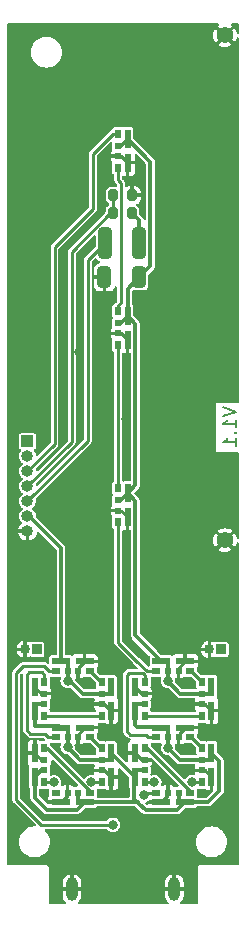
<source format=gbr>
%TF.GenerationSoftware,KiCad,Pcbnew,6.0.2*%
%TF.CreationDate,2022-05-05T15:52:23+02:00*%
%TF.ProjectId,espriktning-rear.sch,65737072-696b-4746-9e69-6e672d726561,rev?*%
%TF.SameCoordinates,Original*%
%TF.FileFunction,Copper,L2,Bot*%
%TF.FilePolarity,Positive*%
%FSLAX46Y46*%
G04 Gerber Fmt 4.6, Leading zero omitted, Abs format (unit mm)*
G04 Created by KiCad (PCBNEW 6.0.2) date 2022-05-05 15:52:23*
%MOMM*%
%LPD*%
G01*
G04 APERTURE LIST*
G04 Aperture macros list*
%AMRoundRect*
0 Rectangle with rounded corners*
0 $1 Rounding radius*
0 $2 $3 $4 $5 $6 $7 $8 $9 X,Y pos of 4 corners*
0 Add a 4 corners polygon primitive as box body*
4,1,4,$2,$3,$4,$5,$6,$7,$8,$9,$2,$3,0*
0 Add four circle primitives for the rounded corners*
1,1,$1+$1,$2,$3*
1,1,$1+$1,$4,$5*
1,1,$1+$1,$6,$7*
1,1,$1+$1,$8,$9*
0 Add four rect primitives between the rounded corners*
20,1,$1+$1,$2,$3,$4,$5,0*
20,1,$1+$1,$4,$5,$6,$7,0*
20,1,$1+$1,$6,$7,$8,$9,0*
20,1,$1+$1,$8,$9,$2,$3,0*%
G04 Aperture macros list end*
%ADD10C,0.200000*%
%TA.AperFunction,NonConductor*%
%ADD11C,0.200000*%
%TD*%
%TA.AperFunction,ComponentPad*%
%ADD12R,0.850000X0.850000*%
%TD*%
%TA.AperFunction,ComponentPad*%
%ADD13O,0.850000X0.850000*%
%TD*%
%TA.AperFunction,ComponentPad*%
%ADD14R,1.000000X1.000000*%
%TD*%
%TA.AperFunction,ComponentPad*%
%ADD15O,1.000000X1.000000*%
%TD*%
%TA.AperFunction,ComponentPad*%
%ADD16O,1.000000X2.000000*%
%TD*%
%TA.AperFunction,ComponentPad*%
%ADD17C,1.400000*%
%TD*%
%TA.AperFunction,SMDPad,CuDef*%
%ADD18R,0.600000X0.500000*%
%TD*%
%TA.AperFunction,SMDPad,CuDef*%
%ADD19R,0.600000X1.620000*%
%TD*%
%TA.AperFunction,SMDPad,CuDef*%
%ADD20R,0.600000X0.700000*%
%TD*%
%TA.AperFunction,SMDPad,CuDef*%
%ADD21R,1.620000X0.600000*%
%TD*%
%TA.AperFunction,SMDPad,CuDef*%
%ADD22R,0.500000X0.600000*%
%TD*%
%TA.AperFunction,SMDPad,CuDef*%
%ADD23R,0.700000X0.600000*%
%TD*%
%TA.AperFunction,SMDPad,CuDef*%
%ADD24RoundRect,0.200000X0.200000X0.275000X-0.200000X0.275000X-0.200000X-0.275000X0.200000X-0.275000X0*%
%TD*%
%TA.AperFunction,SMDPad,CuDef*%
%ADD25RoundRect,0.250000X-0.312500X-1.075000X0.312500X-1.075000X0.312500X1.075000X-0.312500X1.075000X0*%
%TD*%
%TA.AperFunction,SMDPad,CuDef*%
%ADD26RoundRect,0.250000X0.325000X0.650000X-0.325000X0.650000X-0.325000X-0.650000X0.325000X-0.650000X0*%
%TD*%
%TA.AperFunction,SMDPad,CuDef*%
%ADD27RoundRect,0.200000X-0.200000X-0.275000X0.200000X-0.275000X0.200000X0.275000X-0.200000X0.275000X0*%
%TD*%
%TA.AperFunction,ViaPad*%
%ADD28C,0.800000*%
%TD*%
%TA.AperFunction,Conductor*%
%ADD29C,0.250000*%
%TD*%
%TA.AperFunction,Conductor*%
%ADD30C,0.350000*%
%TD*%
%TA.AperFunction,Conductor*%
%ADD31C,0.300000*%
%TD*%
G04 APERTURE END LIST*
D10*
D11*
X48497619Y-62723809D02*
X49597619Y-63090476D01*
X48497619Y-63457142D01*
X49597619Y-64400000D02*
X49597619Y-63771428D01*
X49597619Y-64085714D02*
X48497619Y-64085714D01*
X48654761Y-63980952D01*
X48759523Y-63876190D01*
X48811904Y-63771428D01*
X49492857Y-64871428D02*
X49545238Y-64923809D01*
X49597619Y-64871428D01*
X49545238Y-64819047D01*
X49492857Y-64871428D01*
X49597619Y-64871428D01*
X49597619Y-65971428D02*
X49597619Y-65342857D01*
X49597619Y-65657142D02*
X48497619Y-65657142D01*
X48654761Y-65552380D01*
X48759523Y-65447619D01*
X48811904Y-65342857D01*
D12*
%TO.P,SW1,1,1*%
%TO.N,unconnected-(SW1-Pad1)*%
X32700000Y-83200000D03*
D13*
%TO.P,SW1,2,2*%
%TO.N,GND*%
X31700000Y-83200000D03*
%TD*%
D12*
%TO.P,SW2,1,1*%
%TO.N,unconnected-(SW2-Pad1)*%
X48300000Y-83200000D03*
D13*
%TO.P,SW2,2,2*%
%TO.N,GND*%
X47300000Y-83200000D03*
%TD*%
D14*
%TO.P,J4,1,Pin_1*%
%TO.N,TX*%
X31900000Y-65575000D03*
D15*
%TO.P,J4,2,Pin_2*%
%TO.N,RX*%
X31900000Y-66845000D03*
%TO.P,J4,3,Pin_3*%
%TO.N,GPIO14*%
X31900000Y-68115000D03*
%TO.P,J4,4,Pin_4*%
%TO.N,ADC*%
X31900000Y-69385000D03*
%TO.P,J4,5,Pin_5*%
%TO.N,+3V3*%
X31900000Y-70655000D03*
%TO.P,J4,6,Pin_6*%
%TO.N,+5V*%
X31900000Y-71925000D03*
%TO.P,J4,7,Pin_7*%
%TO.N,GND*%
X31900000Y-73195000D03*
%TD*%
D16*
%TO.P,REF\u002A\u002A,1*%
%TO.N,GND*%
X44325000Y-103500000D03*
%TD*%
D17*
%TO.P,J3,1,Pin_1*%
%TO.N,GND*%
X48625000Y-31225000D03*
%TD*%
%TO.P,J2,1,Pin_1*%
%TO.N,GND*%
X48625000Y-73975000D03*
%TD*%
D16*
%TO.P,REF\u002A\u002A,1*%
%TO.N,GND*%
X35675000Y-103500000D03*
%TD*%
D18*
%TO.P,D2,1,VSS*%
%TO.N,GND*%
X39575000Y-41450000D03*
D19*
X40375000Y-42000000D03*
D20*
%TO.P,D2,2,DIN*%
%TO.N,GPIO14*%
X39575000Y-39550000D03*
D19*
%TO.P,D2,3,VDD*%
%TO.N,+5V*%
X40375000Y-40000000D03*
D18*
X39575000Y-40550000D03*
D20*
%TO.P,D2,4,DOUT*%
%TO.N,Net-(D2-Pad4)*%
X39575000Y-42450000D03*
%TD*%
D18*
%TO.P,D3,1,VSS*%
%TO.N,GND*%
X39575000Y-56450000D03*
D19*
X40375000Y-57000000D03*
D20*
%TO.P,D3,2,DIN*%
%TO.N,Net-(D2-Pad4)*%
X39575000Y-54550000D03*
D18*
%TO.P,D3,3,VDD*%
%TO.N,+5V*%
X39575000Y-55550000D03*
D19*
X40375000Y-55000000D03*
D20*
%TO.P,D3,4,DOUT*%
%TO.N,Net-(D3-Pad4)*%
X39575000Y-57450000D03*
%TD*%
D18*
%TO.P,D4,1,VSS*%
%TO.N,GND*%
X39575000Y-71450000D03*
D19*
X40375000Y-72000000D03*
D20*
%TO.P,D4,2,DIN*%
%TO.N,Net-(D3-Pad4)*%
X39575000Y-69550000D03*
D19*
%TO.P,D4,3,VDD*%
%TO.N,+5V*%
X40375000Y-70000000D03*
D18*
X39575000Y-70550000D03*
D20*
%TO.P,D4,4,DOUT*%
%TO.N,Net-(D4-Pad4)*%
X39575000Y-72450000D03*
%TD*%
D21*
%TO.P,D5,1,VSS*%
%TO.N,GND*%
X45250000Y-84225000D03*
D22*
X44700000Y-85025000D03*
D23*
%TO.P,D5,2,DIN*%
%TO.N,Net-(D4-Pad4)*%
X42800000Y-85025000D03*
D22*
%TO.P,D5,3,VDD*%
%TO.N,+5V*%
X43800000Y-85025000D03*
D21*
X43250000Y-84225000D03*
D23*
%TO.P,D5,4,DOUT*%
%TO.N,Net-(D5-Pad4)*%
X45700000Y-85025000D03*
%TD*%
D19*
%TO.P,D6,1,VSS*%
%TO.N,GND*%
X47475000Y-88400000D03*
D18*
X46675000Y-87850000D03*
D20*
%TO.P,D6,2,DIN*%
%TO.N,Net-(D5-Pad4)*%
X46675000Y-85950000D03*
D18*
%TO.P,D6,3,VDD*%
%TO.N,+5V*%
X46675000Y-86950000D03*
D19*
X47475000Y-86400000D03*
D20*
%TO.P,D6,4,DOUT*%
%TO.N,Net-(D6-Pad4)*%
X46675000Y-88850000D03*
%TD*%
D19*
%TO.P,D7,1,VSS*%
%TO.N,GND*%
X41025000Y-86400000D03*
D18*
X41825000Y-86950000D03*
D20*
%TO.P,D7,2,DIN*%
%TO.N,Net-(D6-Pad4)*%
X41825000Y-88850000D03*
D19*
%TO.P,D7,3,VDD*%
%TO.N,+5V*%
X41025000Y-88400000D03*
D18*
X41825000Y-87850000D03*
D20*
%TO.P,D7,4,DOUT*%
%TO.N,Net-(D7-Pad4)*%
X41825000Y-85950000D03*
%TD*%
D21*
%TO.P,D8,1,VSS*%
%TO.N,GND*%
X45250000Y-89825000D03*
D22*
X44700000Y-90625000D03*
D23*
%TO.P,D8,2,DIN*%
%TO.N,Net-(D7-Pad4)*%
X42800000Y-90625000D03*
D22*
%TO.P,D8,3,VDD*%
%TO.N,+5V*%
X43800000Y-90625000D03*
D21*
X43250000Y-89825000D03*
D23*
%TO.P,D8,4,DOUT*%
%TO.N,Net-(D8-Pad4)*%
X45700000Y-90625000D03*
%TD*%
D18*
%TO.P,D9,1,VSS*%
%TO.N,GND*%
X46675000Y-93450000D03*
D19*
X47475000Y-94000000D03*
D20*
%TO.P,D9,2,DIN*%
%TO.N,Net-(D8-Pad4)*%
X46675000Y-91550000D03*
D19*
%TO.P,D9,3,VDD*%
%TO.N,+5V*%
X47475000Y-92000000D03*
D18*
X46675000Y-92550000D03*
D20*
%TO.P,D9,4,DOUT*%
%TO.N,Net-(D10-Pad2)*%
X46675000Y-94450000D03*
%TD*%
D18*
%TO.P,D10,1,VSS*%
%TO.N,GND*%
X41825000Y-92550000D03*
D19*
X41025000Y-92000000D03*
D20*
%TO.P,D10,2,DIN*%
%TO.N,Net-(D10-Pad2)*%
X41825000Y-94450000D03*
D18*
%TO.P,D10,3,VDD*%
%TO.N,+5V*%
X41825000Y-93450000D03*
D19*
X41025000Y-94000000D03*
D20*
%TO.P,D10,4,DOUT*%
%TO.N,Net-(D10-Pad4)*%
X41825000Y-91550000D03*
%TD*%
D22*
%TO.P,D11,1,VSS*%
%TO.N,GND*%
X43800000Y-95325000D03*
D21*
X43250000Y-96125000D03*
D23*
%TO.P,D11,2,DIN*%
%TO.N,Net-(D10-Pad4)*%
X45700000Y-95325000D03*
D21*
%TO.P,D11,3,VDD*%
%TO.N,+5V*%
X45250000Y-96125000D03*
D22*
X44700000Y-95325000D03*
D23*
%TO.P,D11,4,DOUT*%
%TO.N,Net-(D11-Pad4)*%
X42800000Y-95325000D03*
%TD*%
D22*
%TO.P,D12,1,VSS*%
%TO.N,GND*%
X36200000Y-85025000D03*
D21*
X36750000Y-84225000D03*
D23*
%TO.P,D12,2,DIN*%
%TO.N,Net-(D11-Pad4)*%
X34300000Y-85025000D03*
D22*
%TO.P,D12,3,VDD*%
%TO.N,+5V*%
X35300000Y-85025000D03*
D21*
X34750000Y-84225000D03*
D23*
%TO.P,D12,4,DOUT*%
%TO.N,Net-(D12-Pad4)*%
X37200000Y-85025000D03*
%TD*%
D18*
%TO.P,D13,1,VSS*%
%TO.N,GND*%
X38175000Y-87850000D03*
D19*
X38975000Y-88400000D03*
D20*
%TO.P,D13,2,DIN*%
%TO.N,Net-(D12-Pad4)*%
X38175000Y-85950000D03*
D18*
%TO.P,D13,3,VDD*%
%TO.N,+5V*%
X38175000Y-86950000D03*
D19*
X38975000Y-86400000D03*
D20*
%TO.P,D13,4,DOUT*%
%TO.N,Net-(D13-Pad4)*%
X38175000Y-88850000D03*
%TD*%
D19*
%TO.P,D14,1,VSS*%
%TO.N,GND*%
X32525000Y-86400000D03*
D18*
X33325000Y-86950000D03*
D20*
%TO.P,D14,2,DIN*%
%TO.N,Net-(D13-Pad4)*%
X33325000Y-88850000D03*
D19*
%TO.P,D14,3,VDD*%
%TO.N,+5V*%
X32525000Y-88400000D03*
D18*
X33325000Y-87850000D03*
D20*
%TO.P,D14,4,DOUT*%
%TO.N,Net-(D14-Pad4)*%
X33325000Y-85950000D03*
%TD*%
D21*
%TO.P,D15,1,VSS*%
%TO.N,GND*%
X36750000Y-89825000D03*
D22*
X36200000Y-90625000D03*
D23*
%TO.P,D15,2,DIN*%
%TO.N,Net-(D14-Pad4)*%
X34300000Y-90625000D03*
D22*
%TO.P,D15,3,VDD*%
%TO.N,+5V*%
X35300000Y-90625000D03*
D21*
X34750000Y-89825000D03*
D23*
%TO.P,D15,4,DOUT*%
%TO.N,Net-(D15-Pad4)*%
X37200000Y-90625000D03*
%TD*%
D18*
%TO.P,D16,1,VSS*%
%TO.N,GND*%
X38175000Y-93450000D03*
D19*
X38975000Y-94000000D03*
D20*
%TO.P,D16,2,DIN*%
%TO.N,Net-(D15-Pad4)*%
X38175000Y-91550000D03*
D18*
%TO.P,D16,3,VDD*%
%TO.N,+5V*%
X38175000Y-92550000D03*
D19*
X38975000Y-92000000D03*
D20*
%TO.P,D16,4,DOUT*%
%TO.N,Net-(D16-Pad4)*%
X38175000Y-94450000D03*
%TD*%
D19*
%TO.P,D17,1,VSS*%
%TO.N,GND*%
X32525000Y-92000000D03*
D18*
X33325000Y-92550000D03*
D20*
%TO.P,D17,2,DIN*%
%TO.N,Net-(D16-Pad4)*%
X33325000Y-94450000D03*
D19*
%TO.P,D17,3,VDD*%
%TO.N,+5V*%
X32525000Y-94000000D03*
D18*
X33325000Y-93450000D03*
D20*
%TO.P,D17,4,DOUT*%
%TO.N,Net-(D17-Pad4)*%
X33325000Y-91550000D03*
%TD*%
D22*
%TO.P,D18,1,VSS*%
%TO.N,GND*%
X35300000Y-95325000D03*
D21*
X34750000Y-96125000D03*
D23*
%TO.P,D18,2,DIN*%
%TO.N,Net-(D17-Pad4)*%
X37200000Y-95325000D03*
D21*
%TO.P,D18,3,VDD*%
%TO.N,+5V*%
X36750000Y-96125000D03*
D22*
X36200000Y-95325000D03*
D23*
%TO.P,D18,4,DOUT*%
%TO.N,unconnected-(D18-Pad4)*%
X34300000Y-95325000D03*
%TD*%
D24*
%TO.P,R7,1*%
%TO.N,Net-(R1-Pad2)*%
X40775000Y-46300000D03*
%TO.P,R7,2*%
%TO.N,ADC*%
X39125000Y-46300000D03*
%TD*%
D25*
%TO.P,R1,1*%
%TO.N,+3V3*%
X38437500Y-48800000D03*
%TO.P,R1,2*%
%TO.N,Net-(R1-Pad2)*%
X41362500Y-48800000D03*
%TD*%
D26*
%TO.P,C10,1*%
%TO.N,+5V*%
X41375000Y-51700000D03*
%TO.P,C10,2*%
%TO.N,GND*%
X38425000Y-51700000D03*
%TD*%
D27*
%TO.P,R2,1*%
%TO.N,ADC*%
X39125000Y-44750000D03*
%TO.P,R2,2*%
%TO.N,GND*%
X40775000Y-44750000D03*
%TD*%
D28*
%TO.N,GND*%
X47450000Y-75100000D03*
X47350000Y-63700000D03*
X36300000Y-67900000D03*
X32750000Y-75100000D03*
X36300000Y-58050000D03*
X36550000Y-88000000D03*
X42800000Y-88000000D03*
X31600000Y-43400000D03*
X43550000Y-54400000D03*
X36750000Y-93350000D03*
X38300000Y-43400000D03*
X47100000Y-90250000D03*
X42900000Y-93450000D03*
X45450000Y-88050000D03*
X40250000Y-63700000D03*
X34450000Y-87950000D03*
X43550000Y-63700000D03*
X38350000Y-97100000D03*
X45250000Y-93350000D03*
X34900000Y-54400000D03*
X41350000Y-43400000D03*
X34900000Y-63700000D03*
X34400000Y-93500000D03*
X38550000Y-90250000D03*
X39300000Y-84550000D03*
X47100000Y-84800000D03*
X43600000Y-75100000D03*
X38000000Y-63700000D03*
X47350000Y-54400000D03*
X47350000Y-43400000D03*
X38000000Y-54400000D03*
X37750000Y-75100000D03*
X31600000Y-63700000D03*
X31600000Y-54400000D03*
X43600000Y-98100000D03*
%TO.N,+5V*%
X35300000Y-91500000D03*
X35300000Y-85900000D03*
X43800000Y-91550000D03*
X43800000Y-85900000D03*
%TO.N,Net-(D11-Pad4)*%
X39150000Y-98050000D03*
X41750000Y-95550000D03*
%TO.N,Net-(D10-Pad2)*%
X45816589Y-94433411D03*
X42650000Y-94450000D03*
%TO.N,Net-(D16-Pad4)*%
X34150000Y-94450000D03*
X37300000Y-94450000D03*
%TD*%
D29*
%TO.N,GND*%
X35300000Y-95575000D02*
X34750000Y-96125000D01*
X38175000Y-93450000D02*
X38425000Y-93450000D01*
X33075000Y-92550000D02*
X32525000Y-92000000D01*
X38425000Y-87850000D02*
X38975000Y-88400000D01*
X39825000Y-41450000D02*
X40375000Y-42000000D01*
X44700000Y-85025000D02*
X44700000Y-84775000D01*
X36200000Y-90375000D02*
X36750000Y-89825000D01*
X36200000Y-84775000D02*
X36200000Y-85025000D01*
X39575000Y-56450000D02*
X39825000Y-56450000D01*
X39825000Y-56450000D02*
X40375000Y-57000000D01*
X44700000Y-90375000D02*
X45250000Y-89825000D01*
X39825000Y-71450000D02*
X40375000Y-72000000D01*
X46675000Y-87850000D02*
X46925000Y-87850000D01*
X41575000Y-92550000D02*
X41025000Y-92000000D01*
X33325000Y-86950000D02*
X33075000Y-86950000D01*
X35300000Y-95325000D02*
X35300000Y-95575000D01*
X38175000Y-87850000D02*
X38425000Y-87850000D01*
X33075000Y-86950000D02*
X32525000Y-86400000D01*
X41825000Y-86950000D02*
X41575000Y-86950000D01*
X33325000Y-92550000D02*
X33075000Y-92550000D01*
X46675000Y-93450000D02*
X46925000Y-93450000D01*
X39575000Y-71450000D02*
X39825000Y-71450000D01*
X41825000Y-92550000D02*
X41575000Y-92550000D01*
X38425000Y-93450000D02*
X38975000Y-94000000D01*
X43800000Y-95325000D02*
X43800000Y-95575000D01*
X36200000Y-90625000D02*
X36200000Y-90375000D01*
X43800000Y-95575000D02*
X43250000Y-96125000D01*
X41575000Y-86950000D02*
X41025000Y-86400000D01*
X44700000Y-84775000D02*
X45250000Y-84225000D01*
X36750000Y-84225000D02*
X36200000Y-84775000D01*
X39575000Y-41450000D02*
X39825000Y-41450000D01*
X44700000Y-90625000D02*
X44700000Y-90375000D01*
X46925000Y-87850000D02*
X47475000Y-88400000D01*
X46925000Y-93450000D02*
X47475000Y-94000000D01*
D30*
%TO.N,+5V*%
X35150000Y-89825000D02*
X34750000Y-89825000D01*
X40950000Y-94075000D02*
X41025000Y-94000000D01*
X41025000Y-89649022D02*
X41192427Y-89816449D01*
X44850000Y-86950000D02*
X46675000Y-86950000D01*
X44800000Y-92550000D02*
X46675000Y-92550000D01*
X45250000Y-96125000D02*
X47209022Y-96125000D01*
X44824511Y-96099511D02*
X44700000Y-95975000D01*
X36200000Y-95325000D02*
X36200000Y-95975000D01*
X38175000Y-86950000D02*
X38825000Y-86950000D01*
X35300000Y-85675000D02*
X36575000Y-86950000D01*
X46675000Y-86950000D02*
X47325000Y-86950000D01*
X35300000Y-91500000D02*
X36350000Y-92550000D01*
X47325000Y-92550000D02*
X47475000Y-92400000D01*
X45250000Y-96125000D02*
X44575489Y-96799511D01*
X41225978Y-87850000D02*
X41025000Y-88050978D01*
X35300000Y-85025000D02*
X35300000Y-85675000D01*
X32550489Y-89674511D02*
X34599511Y-89674511D01*
X38950000Y-92550000D02*
X38175000Y-92550000D01*
X43800000Y-90625000D02*
X43800000Y-89975000D01*
X41225978Y-93450000D02*
X41025000Y-93650978D01*
X40975000Y-94000000D02*
X38975000Y-92000000D01*
X41377337Y-96272663D02*
X40950000Y-95845325D01*
X38975000Y-92525000D02*
X38950000Y-92550000D01*
X39825000Y-70550000D02*
X40375000Y-70000000D01*
X47475000Y-92400000D02*
X47475000Y-92000000D01*
X41375000Y-51700000D02*
X42299520Y-50775480D01*
X33565489Y-96799511D02*
X32525000Y-95759022D01*
X45250000Y-96125000D02*
X45250000Y-96100000D01*
X41049511Y-70674511D02*
X40375000Y-70000000D01*
X42299520Y-50775480D02*
X42299520Y-41924520D01*
X42299520Y-41924520D02*
X40375000Y-40000000D01*
X40375000Y-70000000D02*
X41049511Y-69325489D01*
X46675000Y-92550000D02*
X47325000Y-92550000D01*
X32525000Y-88000000D02*
X32525000Y-88400000D01*
D31*
X32034970Y-71925000D02*
X31900000Y-71925000D01*
D30*
X35300000Y-84474511D02*
X35050489Y-84225000D01*
X35050489Y-84225000D02*
X34750000Y-84225000D01*
X44700000Y-95975000D02*
X44700000Y-95325000D01*
X40950000Y-95845325D02*
X40950000Y-94075000D01*
X40375000Y-55000000D02*
X40375000Y-52700000D01*
X41049511Y-82024511D02*
X41049511Y-73950489D01*
X43800000Y-91550000D02*
X44800000Y-92550000D01*
X41825000Y-93450000D02*
X41225978Y-93450000D01*
X45250000Y-96100000D02*
X45249511Y-96099511D01*
X41229674Y-96125000D02*
X41377337Y-96272663D01*
X45249511Y-96099511D02*
X44824511Y-96099511D01*
X39575000Y-55550000D02*
X39825000Y-55550000D01*
X39575000Y-40550000D02*
X39825000Y-40550000D01*
X36750000Y-96125000D02*
X41229674Y-96125000D01*
X41192427Y-89816449D02*
X43241449Y-89816449D01*
X35300000Y-85025000D02*
X35300000Y-84474511D01*
X48149511Y-92674511D02*
X47475000Y-92000000D01*
X35300000Y-85025000D02*
X35300000Y-85900000D01*
X36350000Y-92550000D02*
X38175000Y-92550000D01*
X43800000Y-89975000D02*
X43650000Y-89825000D01*
X32525000Y-88400000D02*
X32525000Y-89649022D01*
X43650000Y-84225000D02*
X43250000Y-84225000D01*
X35300000Y-89975000D02*
X35150000Y-89825000D01*
X35300000Y-90625000D02*
X35300000Y-89975000D01*
X41049511Y-73950489D02*
X41049511Y-70674511D01*
X36200000Y-95975000D02*
X36350000Y-96125000D01*
X35300000Y-91500000D02*
X35300000Y-90625000D01*
X43800000Y-85025000D02*
X43800000Y-84375000D01*
X36075489Y-96799511D02*
X33565489Y-96799511D01*
X43800000Y-91550000D02*
X43800000Y-90625000D01*
X32525000Y-89649022D02*
X32550489Y-89674511D01*
X32525000Y-95759022D02*
X32525000Y-94000000D01*
X32675000Y-87850000D02*
X32525000Y-88000000D01*
X47325000Y-86950000D02*
X47475000Y-86800000D01*
X41025000Y-93650978D02*
X41025000Y-94000000D01*
D31*
X34750000Y-74640030D02*
X32034970Y-71925000D01*
D30*
X47475000Y-86800000D02*
X47475000Y-86400000D01*
X43650000Y-89825000D02*
X43250000Y-89825000D01*
D31*
X34750000Y-84225000D02*
X34750000Y-74640030D01*
D30*
X47209022Y-96125000D02*
X48149511Y-95184511D01*
X36750000Y-96125000D02*
X36075489Y-96799511D01*
X36350000Y-96125000D02*
X36750000Y-96125000D01*
X48149511Y-95184511D02*
X48149511Y-92674511D01*
X38975000Y-92000000D02*
X38975000Y-92525000D01*
X41825000Y-87850000D02*
X41225978Y-87850000D01*
X41025000Y-88050978D02*
X41025000Y-88400000D01*
X39825000Y-55550000D02*
X40375000Y-55000000D01*
X41904186Y-96799511D02*
X41377337Y-96272663D01*
X40375000Y-52700000D02*
X41375000Y-51700000D01*
X41049511Y-55674511D02*
X40375000Y-55000000D01*
X38825000Y-86950000D02*
X38975000Y-86800000D01*
X43800000Y-85025000D02*
X43800000Y-85900000D01*
X43800000Y-85900000D02*
X44850000Y-86950000D01*
X34599511Y-89674511D02*
X34750000Y-89825000D01*
X38975000Y-86800000D02*
X38975000Y-86400000D01*
X39825000Y-40550000D02*
X40375000Y-40000000D01*
X41025000Y-94000000D02*
X40975000Y-94000000D01*
X43241449Y-89816449D02*
X43250000Y-89825000D01*
X43250000Y-84225000D02*
X41049511Y-82024511D01*
X41025000Y-88400000D02*
X41025000Y-89649022D01*
X39575000Y-70550000D02*
X39825000Y-70550000D01*
X43800000Y-84375000D02*
X43650000Y-84225000D01*
X41049511Y-69325489D02*
X41049511Y-55674511D01*
X33325000Y-93450000D02*
X33075000Y-93450000D01*
X43800000Y-85900000D02*
X43800000Y-86050000D01*
X36575000Y-86950000D02*
X38175000Y-86950000D01*
X33325000Y-87850000D02*
X32675000Y-87850000D01*
X33075000Y-93450000D02*
X32525000Y-94000000D01*
X44575489Y-96799511D02*
X41904186Y-96799511D01*
D29*
%TO.N,GPIO14*%
X31900000Y-68115000D02*
X34200000Y-65815000D01*
X37450000Y-45900000D02*
X37450000Y-41250000D01*
X39150000Y-39550000D02*
X39575000Y-39550000D01*
X37450000Y-41250000D02*
X39150000Y-39550000D01*
X34200000Y-49150000D02*
X37450000Y-45900000D01*
X34200000Y-65815000D02*
X34200000Y-49150000D01*
%TO.N,Net-(D2-Pad4)*%
X39575000Y-54090489D02*
X39800000Y-53865489D01*
X39800000Y-53865489D02*
X39800000Y-43683193D01*
X39575000Y-54550000D02*
X39575000Y-54090489D01*
X39800000Y-43683193D02*
X39575000Y-43458193D01*
X39575000Y-43458193D02*
X39575000Y-42450000D01*
%TO.N,Net-(D10-Pad4)*%
X42050000Y-91550000D02*
X41825000Y-91550000D01*
X45700000Y-95325000D02*
X45700000Y-95200000D01*
X45700000Y-95200000D02*
X42050000Y-91550000D01*
%TO.N,Net-(D11-Pad4)*%
X33740489Y-85025000D02*
X34300000Y-85025000D01*
X42800000Y-95325000D02*
X41975000Y-95325000D01*
X41975000Y-95325000D02*
X41750000Y-95550000D01*
X33315489Y-84600000D02*
X33740489Y-85025000D01*
X30950000Y-85200000D02*
X31550000Y-84600000D01*
X39150000Y-98050000D02*
X33064578Y-98050000D01*
X33064578Y-98050000D02*
X30950000Y-95935422D01*
X31550000Y-84600000D02*
X33315489Y-84600000D01*
X30950000Y-95935422D02*
X30950000Y-85200000D01*
%TO.N,Net-(D7-Pad4)*%
X41675000Y-85200000D02*
X40500000Y-85200000D01*
X41825000Y-85950000D02*
X41825000Y-85350000D01*
X41926686Y-90415969D02*
X42135717Y-90625000D01*
X41825000Y-85350000D02*
X41675000Y-85200000D01*
X40300489Y-90100489D02*
X40615969Y-90415969D01*
X40500000Y-85200000D02*
X40300489Y-85399511D01*
X42135717Y-90625000D02*
X42800000Y-90625000D01*
X40615969Y-90415969D02*
X41926686Y-90415969D01*
X40300489Y-85399511D02*
X40300489Y-90100489D01*
%TO.N,Net-(D10-Pad2)*%
X45816589Y-94433411D02*
X45833178Y-94450000D01*
X41825000Y-94450000D02*
X42650000Y-94450000D01*
X45833178Y-94450000D02*
X46675000Y-94450000D01*
%TO.N,Net-(D14-Pad4)*%
X32150480Y-90350480D02*
X33361198Y-90350480D01*
X31850000Y-85350000D02*
X31850000Y-90050000D01*
X33325000Y-85350000D02*
X33124520Y-85149520D01*
X33361198Y-90350480D02*
X33635718Y-90625000D01*
X31850000Y-90050000D02*
X32150480Y-90350480D01*
X33124520Y-85149520D02*
X32050480Y-85149520D01*
X33635718Y-90625000D02*
X34300000Y-90625000D01*
X33325000Y-85950000D02*
X33325000Y-85350000D01*
X32050480Y-85149520D02*
X31850000Y-85350000D01*
%TO.N,Net-(D12-Pad4)*%
X38175000Y-85950000D02*
X38125000Y-85950000D01*
X38125000Y-85950000D02*
X37200000Y-85025000D01*
%TO.N,Net-(D13-Pad4)*%
X38175000Y-88850000D02*
X33325000Y-88850000D01*
%TO.N,Net-(D15-Pad4)*%
X38125000Y-91550000D02*
X37200000Y-90625000D01*
X38175000Y-91550000D02*
X38125000Y-91550000D01*
%TO.N,Net-(D16-Pad4)*%
X33325000Y-94450000D02*
X34150000Y-94450000D01*
X38175000Y-94450000D02*
X37300000Y-94450000D01*
%TO.N,Net-(D3-Pad4)*%
X39575000Y-69550000D02*
X39575000Y-57450000D01*
%TO.N,Net-(D5-Pad4)*%
X45750000Y-85025000D02*
X46675000Y-85950000D01*
X45700000Y-85025000D02*
X45750000Y-85025000D01*
%TO.N,Net-(D6-Pad4)*%
X46675000Y-88850000D02*
X41825000Y-88850000D01*
%TO.N,Net-(D8-Pad4)*%
X45750000Y-90625000D02*
X46675000Y-91550000D01*
X45700000Y-90625000D02*
X45750000Y-90625000D01*
%TO.N,Net-(D17-Pad4)*%
X33516807Y-91550000D02*
X33325000Y-91550000D01*
X37200000Y-95233193D02*
X33516807Y-91550000D01*
X37200000Y-95325000D02*
X37200000Y-95233193D01*
%TO.N,+3V3*%
X37000000Y-50237500D02*
X38437500Y-48800000D01*
X31900000Y-70655000D02*
X37000000Y-65555000D01*
X37000000Y-65555000D02*
X37000000Y-50237500D01*
%TO.N,ADC*%
X35649520Y-49529408D02*
X38878928Y-46300000D01*
X31900000Y-69385000D02*
X35649520Y-65635480D01*
X35649520Y-65635480D02*
X35649520Y-49529408D01*
X39125000Y-46300000D02*
X39125000Y-44750000D01*
X38878928Y-46300000D02*
X39125000Y-46300000D01*
D30*
%TO.N,Net-(R1-Pad2)*%
X41375000Y-48812500D02*
X41362500Y-48800000D01*
X41362500Y-46887500D02*
X40775000Y-46300000D01*
X41362500Y-48800000D02*
X41600000Y-48562500D01*
X41362500Y-48800000D02*
X41362500Y-46887500D01*
D29*
%TO.N,Net-(D4-Pad4)*%
X42800000Y-85025000D02*
X41994296Y-85025000D01*
X41119296Y-84150000D02*
X41100000Y-84150000D01*
X41100000Y-84150000D02*
X39575000Y-82625000D01*
X39575000Y-82625000D02*
X39575000Y-72450000D01*
X41994296Y-85025000D02*
X41119296Y-84150000D01*
%TD*%
%TA.AperFunction,Conductor*%
%TO.N,GND*%
G36*
X48083220Y-30218907D02*
G01*
X48119184Y-30268407D01*
X48119184Y-30329593D01*
X48079237Y-30381840D01*
X48071012Y-30387222D01*
X48043512Y-30409333D01*
X48036207Y-30420496D01*
X48036325Y-30422891D01*
X48038710Y-30426578D01*
X48613914Y-31001782D01*
X48625797Y-31007836D01*
X48630828Y-31007040D01*
X49208111Y-30429757D01*
X49214165Y-30417874D01*
X49213732Y-30415140D01*
X49211381Y-30412205D01*
X49190631Y-30395039D01*
X49182638Y-30389647D01*
X49176050Y-30386085D01*
X49133856Y-30341777D01*
X49125763Y-30281129D01*
X49154864Y-30227307D01*
X49210043Y-30200870D01*
X49223137Y-30200000D01*
X49701000Y-30200000D01*
X49759191Y-30218907D01*
X49795155Y-30268407D01*
X49800000Y-30299000D01*
X49800000Y-30986383D01*
X49781093Y-31044574D01*
X49731593Y-31080538D01*
X49670407Y-31080538D01*
X49620907Y-31044574D01*
X49606225Y-31014997D01*
X49555419Y-30846718D01*
X49551748Y-30837814D01*
X49464224Y-30673204D01*
X49458891Y-30665178D01*
X49440979Y-30643215D01*
X49429767Y-30635990D01*
X49427186Y-30636134D01*
X49423773Y-30638359D01*
X48848218Y-31213914D01*
X48842164Y-31225797D01*
X48842960Y-31230828D01*
X49421233Y-31809101D01*
X49433116Y-31815155D01*
X49436396Y-31814636D01*
X49438606Y-31812903D01*
X49442934Y-31807889D01*
X49448492Y-31800009D01*
X49540577Y-31637911D01*
X49544493Y-31629116D01*
X49603338Y-31452219D01*
X49604459Y-31447286D01*
X49635787Y-31394729D01*
X49692024Y-31370624D01*
X49751689Y-31384177D01*
X49791993Y-31430213D01*
X49800000Y-31469216D01*
X49800000Y-62220047D01*
X49781093Y-62278238D01*
X49731593Y-62314202D01*
X49701000Y-62319047D01*
X47864500Y-62319047D01*
X47864500Y-66480952D01*
X49701000Y-66480952D01*
X49759191Y-66499859D01*
X49795155Y-66549359D01*
X49800000Y-66579952D01*
X49800000Y-73736383D01*
X49781093Y-73794574D01*
X49731593Y-73830538D01*
X49670407Y-73830538D01*
X49620907Y-73794574D01*
X49606225Y-73764997D01*
X49555419Y-73596718D01*
X49551748Y-73587814D01*
X49464224Y-73423204D01*
X49458891Y-73415178D01*
X49440979Y-73393215D01*
X49429767Y-73385990D01*
X49427186Y-73386134D01*
X49423773Y-73388359D01*
X48848218Y-73963914D01*
X48842164Y-73975797D01*
X48842960Y-73980828D01*
X49421233Y-74559101D01*
X49433116Y-74565155D01*
X49436396Y-74564636D01*
X49438606Y-74562903D01*
X49442934Y-74557889D01*
X49448492Y-74550009D01*
X49540577Y-74387911D01*
X49544493Y-74379116D01*
X49603338Y-74202219D01*
X49604459Y-74197286D01*
X49635787Y-74144729D01*
X49692024Y-74120624D01*
X49751689Y-74134177D01*
X49791993Y-74180213D01*
X49800000Y-74219216D01*
X49800000Y-101401000D01*
X49781093Y-101459191D01*
X49731593Y-101495155D01*
X49701000Y-101500000D01*
X46505877Y-101500000D01*
X46454551Y-101499955D01*
X46444502Y-101504781D01*
X46444500Y-101504781D01*
X46443659Y-101505185D01*
X46422817Y-101512463D01*
X46421907Y-101512670D01*
X46421904Y-101512672D01*
X46411038Y-101515150D01*
X46402320Y-101522097D01*
X46401789Y-101522520D01*
X46382954Y-101534334D01*
X46382347Y-101534625D01*
X46382343Y-101534628D01*
X46372295Y-101539453D01*
X46364746Y-101548893D01*
X46349128Y-101564484D01*
X46339677Y-101572015D01*
X46334593Y-101582555D01*
X46334541Y-101582663D01*
X46322692Y-101601478D01*
X46322270Y-101602005D01*
X46322268Y-101602010D01*
X46315306Y-101610715D01*
X46312808Y-101621581D01*
X46312598Y-101622492D01*
X46305285Y-101643318D01*
X46300035Y-101654202D01*
X46300015Y-101677213D01*
X46298270Y-101677211D01*
X46298276Y-101677277D01*
X46300000Y-101677277D01*
X46300000Y-101694123D01*
X46299955Y-101745449D01*
X46299997Y-101745537D01*
X46300000Y-101745561D01*
X46300000Y-104701000D01*
X46281093Y-104759191D01*
X46231593Y-104795155D01*
X46201000Y-104800000D01*
X44894131Y-104800000D01*
X44835940Y-104781093D01*
X44799976Y-104731593D01*
X44799976Y-104670407D01*
X44824864Y-104630267D01*
X44944925Y-104512694D01*
X44951876Y-104504171D01*
X45043108Y-104362609D01*
X45047995Y-104352763D01*
X45105596Y-104194504D01*
X45108183Y-104183810D01*
X45124610Y-104053775D01*
X45125000Y-104047587D01*
X45125000Y-103665680D01*
X45120878Y-103652995D01*
X45116757Y-103650000D01*
X43540680Y-103650000D01*
X43527995Y-103654122D01*
X43525000Y-103658243D01*
X43525000Y-104042356D01*
X43525309Y-104047885D01*
X43539327Y-104172855D01*
X43541766Y-104183592D01*
X43597149Y-104342629D01*
X43601901Y-104352548D01*
X43691146Y-104495370D01*
X43697976Y-104503987D01*
X43816649Y-104623492D01*
X43817086Y-104623843D01*
X43817256Y-104624103D01*
X43820545Y-104627415D01*
X43819865Y-104628090D01*
X43850592Y-104675039D01*
X43847605Y-104736152D01*
X43809268Y-104783837D01*
X43755056Y-104800000D01*
X36244131Y-104800000D01*
X36185940Y-104781093D01*
X36149976Y-104731593D01*
X36149976Y-104670407D01*
X36174864Y-104630267D01*
X36294925Y-104512694D01*
X36301876Y-104504171D01*
X36393108Y-104362609D01*
X36397995Y-104352763D01*
X36455596Y-104194504D01*
X36458183Y-104183810D01*
X36474610Y-104053775D01*
X36475000Y-104047587D01*
X36475000Y-103665680D01*
X36470878Y-103652995D01*
X36466757Y-103650000D01*
X34890680Y-103650000D01*
X34877995Y-103654122D01*
X34875000Y-103658243D01*
X34875000Y-104042356D01*
X34875309Y-104047885D01*
X34889327Y-104172855D01*
X34891766Y-104183592D01*
X34947149Y-104342629D01*
X34951901Y-104352548D01*
X35041146Y-104495370D01*
X35047976Y-104503987D01*
X35166649Y-104623492D01*
X35167086Y-104623843D01*
X35167256Y-104624103D01*
X35170545Y-104627415D01*
X35169865Y-104628090D01*
X35200592Y-104675039D01*
X35197605Y-104736152D01*
X35159268Y-104783837D01*
X35105056Y-104800000D01*
X33799000Y-104800000D01*
X33740809Y-104781093D01*
X33704845Y-104731593D01*
X33700000Y-104701000D01*
X33700000Y-103334320D01*
X34875000Y-103334320D01*
X34879122Y-103347005D01*
X34883243Y-103350000D01*
X35509320Y-103350000D01*
X35522005Y-103345878D01*
X35525000Y-103341757D01*
X35525000Y-103334320D01*
X35825000Y-103334320D01*
X35829122Y-103347005D01*
X35833243Y-103350000D01*
X36459320Y-103350000D01*
X36472005Y-103345878D01*
X36475000Y-103341757D01*
X36475000Y-103334320D01*
X43525000Y-103334320D01*
X43529122Y-103347005D01*
X43533243Y-103350000D01*
X44159320Y-103350000D01*
X44172005Y-103345878D01*
X44175000Y-103341757D01*
X44175000Y-103334320D01*
X44475000Y-103334320D01*
X44479122Y-103347005D01*
X44483243Y-103350000D01*
X45109320Y-103350000D01*
X45122005Y-103345878D01*
X45125000Y-103341757D01*
X45125000Y-102957644D01*
X45124691Y-102952115D01*
X45110673Y-102827145D01*
X45108234Y-102816408D01*
X45052851Y-102657371D01*
X45048099Y-102647452D01*
X44958854Y-102504630D01*
X44952024Y-102496013D01*
X44833355Y-102376512D01*
X44824779Y-102369618D01*
X44682590Y-102279381D01*
X44672704Y-102274559D01*
X44514048Y-102218064D01*
X44503346Y-102215554D01*
X44490569Y-102214031D01*
X44477484Y-102216621D01*
X44476046Y-102218175D01*
X44475000Y-102222931D01*
X44475000Y-103334320D01*
X44175000Y-103334320D01*
X44175000Y-102226994D01*
X44170878Y-102214309D01*
X44168863Y-102212844D01*
X44164652Y-102212402D01*
X44157627Y-102213140D01*
X44146886Y-102215502D01*
X43987464Y-102269773D01*
X43977504Y-102274460D01*
X43834069Y-102362701D01*
X43825401Y-102369473D01*
X43705075Y-102487306D01*
X43698124Y-102495829D01*
X43606892Y-102637391D01*
X43602005Y-102647237D01*
X43544404Y-102805496D01*
X43541817Y-102816190D01*
X43525390Y-102946225D01*
X43525000Y-102952413D01*
X43525000Y-103334320D01*
X36475000Y-103334320D01*
X36475000Y-102957644D01*
X36474691Y-102952115D01*
X36460673Y-102827145D01*
X36458234Y-102816408D01*
X36402851Y-102657371D01*
X36398099Y-102647452D01*
X36308854Y-102504630D01*
X36302024Y-102496013D01*
X36183355Y-102376512D01*
X36174779Y-102369618D01*
X36032590Y-102279381D01*
X36022704Y-102274559D01*
X35864048Y-102218064D01*
X35853346Y-102215554D01*
X35840569Y-102214031D01*
X35827484Y-102216621D01*
X35826046Y-102218175D01*
X35825000Y-102222931D01*
X35825000Y-103334320D01*
X35525000Y-103334320D01*
X35525000Y-102226994D01*
X35520878Y-102214309D01*
X35518863Y-102212844D01*
X35514652Y-102212402D01*
X35507627Y-102213140D01*
X35496886Y-102215502D01*
X35337464Y-102269773D01*
X35327504Y-102274460D01*
X35184069Y-102362701D01*
X35175401Y-102369473D01*
X35055075Y-102487306D01*
X35048124Y-102495829D01*
X34956892Y-102637391D01*
X34952005Y-102647237D01*
X34894404Y-102805496D01*
X34891817Y-102816190D01*
X34875390Y-102946225D01*
X34875000Y-102952413D01*
X34875000Y-103334320D01*
X33700000Y-103334320D01*
X33700000Y-101705877D01*
X33700035Y-101665700D01*
X33700045Y-101654551D01*
X33695058Y-101644164D01*
X33694815Y-101643659D01*
X33687537Y-101622817D01*
X33687330Y-101621907D01*
X33687328Y-101621904D01*
X33684850Y-101611038D01*
X33677480Y-101601789D01*
X33665666Y-101582954D01*
X33665375Y-101582347D01*
X33665372Y-101582343D01*
X33660547Y-101572295D01*
X33651107Y-101564746D01*
X33635516Y-101549128D01*
X33627985Y-101539677D01*
X33617337Y-101534541D01*
X33598522Y-101522692D01*
X33597995Y-101522270D01*
X33597990Y-101522268D01*
X33589285Y-101515306D01*
X33577508Y-101512598D01*
X33556682Y-101505285D01*
X33555836Y-101504877D01*
X33545798Y-101500035D01*
X33534653Y-101500025D01*
X33534652Y-101500025D01*
X33522787Y-101500015D01*
X33522789Y-101498270D01*
X33522723Y-101498276D01*
X33522723Y-101500000D01*
X33505877Y-101500000D01*
X33454840Y-101499955D01*
X33454551Y-101499955D01*
X33454463Y-101499997D01*
X33454439Y-101500000D01*
X30299000Y-101500000D01*
X30240809Y-101481093D01*
X30204845Y-101431593D01*
X30200000Y-101401000D01*
X30200000Y-95964229D01*
X30620736Y-95964229D01*
X30622978Y-95972596D01*
X30630796Y-96001771D01*
X30632666Y-96010206D01*
X30636196Y-96030225D01*
X30639412Y-96048467D01*
X30643742Y-96055966D01*
X30645738Y-96061451D01*
X30648204Y-96066738D01*
X30650446Y-96075106D01*
X30671013Y-96104478D01*
X30672732Y-96106933D01*
X30677371Y-96114214D01*
X30696806Y-96147877D01*
X30726571Y-96172853D01*
X30732939Y-96178687D01*
X32584748Y-98030496D01*
X32612525Y-98085013D01*
X32602954Y-98145445D01*
X32559689Y-98188710D01*
X32514744Y-98199500D01*
X32443216Y-98199500D01*
X32441061Y-98199689D01*
X32441050Y-98199689D01*
X32317795Y-98210473D01*
X32273308Y-98214365D01*
X32269133Y-98215484D01*
X32269131Y-98215484D01*
X32142563Y-98249398D01*
X32053504Y-98273261D01*
X31847266Y-98369432D01*
X31843723Y-98371913D01*
X31843721Y-98371914D01*
X31686164Y-98482236D01*
X31660861Y-98499953D01*
X31499953Y-98660861D01*
X31369432Y-98847266D01*
X31273261Y-99053504D01*
X31214365Y-99273308D01*
X31194532Y-99500000D01*
X31214365Y-99726692D01*
X31273261Y-99946496D01*
X31369432Y-100152734D01*
X31499953Y-100339139D01*
X31660861Y-100500047D01*
X31847266Y-100630568D01*
X32053504Y-100726739D01*
X32142563Y-100750602D01*
X32269131Y-100784516D01*
X32269133Y-100784516D01*
X32273308Y-100785635D01*
X32317795Y-100789527D01*
X32441050Y-100800311D01*
X32441061Y-100800311D01*
X32443216Y-100800500D01*
X32556784Y-100800500D01*
X32558939Y-100800311D01*
X32558950Y-100800311D01*
X32682205Y-100789527D01*
X32726692Y-100785635D01*
X32730867Y-100784516D01*
X32730869Y-100784516D01*
X32857437Y-100750602D01*
X32946496Y-100726739D01*
X33152734Y-100630568D01*
X33339139Y-100500047D01*
X33500047Y-100339139D01*
X33630568Y-100152734D01*
X33726739Y-99946496D01*
X33785635Y-99726692D01*
X33805468Y-99500000D01*
X46194532Y-99500000D01*
X46214365Y-99726692D01*
X46273261Y-99946496D01*
X46369432Y-100152734D01*
X46499953Y-100339139D01*
X46660861Y-100500047D01*
X46847266Y-100630568D01*
X47053504Y-100726739D01*
X47142563Y-100750602D01*
X47269131Y-100784516D01*
X47269133Y-100784516D01*
X47273308Y-100785635D01*
X47317795Y-100789527D01*
X47441050Y-100800311D01*
X47441061Y-100800311D01*
X47443216Y-100800500D01*
X47556784Y-100800500D01*
X47558939Y-100800311D01*
X47558950Y-100800311D01*
X47682205Y-100789527D01*
X47726692Y-100785635D01*
X47730867Y-100784516D01*
X47730869Y-100784516D01*
X47857437Y-100750602D01*
X47946496Y-100726739D01*
X48152734Y-100630568D01*
X48339139Y-100500047D01*
X48500047Y-100339139D01*
X48630568Y-100152734D01*
X48726739Y-99946496D01*
X48785635Y-99726692D01*
X48805468Y-99500000D01*
X48785635Y-99273308D01*
X48726739Y-99053504D01*
X48630568Y-98847266D01*
X48500047Y-98660861D01*
X48339139Y-98499953D01*
X48313837Y-98482236D01*
X48156279Y-98371914D01*
X48156277Y-98371913D01*
X48152734Y-98369432D01*
X47946496Y-98273261D01*
X47857437Y-98249398D01*
X47730869Y-98215484D01*
X47730867Y-98215484D01*
X47726692Y-98214365D01*
X47682205Y-98210473D01*
X47558950Y-98199689D01*
X47558939Y-98199689D01*
X47556784Y-98199500D01*
X47443216Y-98199500D01*
X47441061Y-98199689D01*
X47441050Y-98199689D01*
X47317795Y-98210473D01*
X47273308Y-98214365D01*
X47269133Y-98215484D01*
X47269131Y-98215484D01*
X47142563Y-98249398D01*
X47053504Y-98273261D01*
X46847266Y-98369432D01*
X46843723Y-98371913D01*
X46843721Y-98371914D01*
X46686164Y-98482236D01*
X46660861Y-98499953D01*
X46499953Y-98660861D01*
X46369432Y-98847266D01*
X46273261Y-99053504D01*
X46214365Y-99273308D01*
X46194532Y-99500000D01*
X33805468Y-99500000D01*
X33785635Y-99273308D01*
X33726739Y-99053504D01*
X33630568Y-98847266D01*
X33500047Y-98660861D01*
X33383690Y-98544504D01*
X33355913Y-98489987D01*
X33365484Y-98429555D01*
X33408749Y-98386290D01*
X33453694Y-98375500D01*
X38594030Y-98375500D01*
X38652221Y-98394407D01*
X38672571Y-98414232D01*
X38721718Y-98478282D01*
X38847159Y-98574536D01*
X38993238Y-98635044D01*
X39150000Y-98655682D01*
X39306762Y-98635044D01*
X39452841Y-98574536D01*
X39578282Y-98478282D01*
X39674536Y-98352841D01*
X39735044Y-98206762D01*
X39755682Y-98050000D01*
X39735044Y-97893238D01*
X39674536Y-97747159D01*
X39578282Y-97621718D01*
X39452841Y-97525464D01*
X39306762Y-97464956D01*
X39150000Y-97444318D01*
X38993238Y-97464956D01*
X38847159Y-97525464D01*
X38721718Y-97621718D01*
X38717764Y-97626871D01*
X38672572Y-97685767D01*
X38622148Y-97720423D01*
X38594030Y-97724500D01*
X33240412Y-97724500D01*
X33182221Y-97705593D01*
X33170408Y-97695504D01*
X31304496Y-95829592D01*
X31276719Y-95775075D01*
X31275500Y-95759588D01*
X31275500Y-91834320D01*
X31925000Y-91834320D01*
X31929122Y-91847005D01*
X31933243Y-91850000D01*
X32359320Y-91850000D01*
X32372005Y-91845878D01*
X32375000Y-91841757D01*
X32375000Y-90905680D01*
X32370878Y-90892995D01*
X32366757Y-90890000D01*
X32183361Y-90890000D01*
X32177515Y-90890346D01*
X32161647Y-90892234D01*
X32147481Y-90896128D01*
X32060486Y-90934770D01*
X32045679Y-90944946D01*
X31979633Y-91011108D01*
X31969483Y-91025931D01*
X31931000Y-91112980D01*
X31927127Y-91127185D01*
X31925332Y-91142580D01*
X31925000Y-91148292D01*
X31925000Y-91834320D01*
X31275500Y-91834320D01*
X31275500Y-85375834D01*
X31294407Y-85317643D01*
X31304496Y-85305830D01*
X31352263Y-85258063D01*
X31406780Y-85230286D01*
X31467212Y-85239857D01*
X31510477Y-85283122D01*
X31517920Y-85321439D01*
X31520736Y-85321193D01*
X31524123Y-85359905D01*
X31524500Y-85368534D01*
X31524500Y-90031466D01*
X31524123Y-90040095D01*
X31520736Y-90078807D01*
X31522978Y-90087174D01*
X31530796Y-90116349D01*
X31532666Y-90124783D01*
X31539412Y-90163045D01*
X31543742Y-90170544D01*
X31545738Y-90176029D01*
X31548204Y-90181316D01*
X31550446Y-90189684D01*
X31571013Y-90219056D01*
X31572732Y-90221511D01*
X31577371Y-90228792D01*
X31596806Y-90262455D01*
X31612404Y-90275543D01*
X31626571Y-90287431D01*
X31632939Y-90293265D01*
X31907211Y-90567537D01*
X31913045Y-90573904D01*
X31938025Y-90603674D01*
X31971685Y-90623107D01*
X31978969Y-90627748D01*
X32010796Y-90650034D01*
X32019164Y-90652276D01*
X32024451Y-90654742D01*
X32029936Y-90656738D01*
X32037435Y-90661068D01*
X32045961Y-90662571D01*
X32045963Y-90662572D01*
X32075696Y-90667814D01*
X32084130Y-90669684D01*
X32121673Y-90679744D01*
X32130302Y-90678989D01*
X32160385Y-90676357D01*
X32169014Y-90675980D01*
X33185364Y-90675980D01*
X33243555Y-90694887D01*
X33255368Y-90704976D01*
X33380888Y-90830496D01*
X33408665Y-90885013D01*
X33399094Y-90945445D01*
X33355829Y-90988710D01*
X33310884Y-90999500D01*
X33099813Y-90999500D01*
X33041622Y-90980593D01*
X33029871Y-90970565D01*
X33003895Y-90944635D01*
X32989068Y-90934483D01*
X32902020Y-90896000D01*
X32887815Y-90892127D01*
X32872420Y-90890332D01*
X32866708Y-90890000D01*
X32690680Y-90890000D01*
X32677995Y-90894122D01*
X32675000Y-90898243D01*
X32675000Y-92051000D01*
X32656093Y-92109191D01*
X32606593Y-92145155D01*
X32576000Y-92150000D01*
X31940680Y-92150000D01*
X31927995Y-92154122D01*
X31925000Y-92158243D01*
X31925000Y-92851639D01*
X31925346Y-92857485D01*
X31927234Y-92873353D01*
X31931128Y-92887519D01*
X31969770Y-92974514D01*
X31979946Y-92989321D01*
X32010175Y-93019497D01*
X32038001Y-93073990D01*
X32033607Y-93111267D01*
X32036133Y-93111769D01*
X32024500Y-93170252D01*
X32024500Y-94829748D01*
X32025448Y-94834512D01*
X32034144Y-94878231D01*
X32036133Y-94888231D01*
X32080448Y-94954552D01*
X32088558Y-94959971D01*
X32105502Y-94971293D01*
X32143381Y-95019344D01*
X32149500Y-95053608D01*
X32149500Y-95708398D01*
X32147283Y-95729234D01*
X32144731Y-95741088D01*
X32145692Y-95749209D01*
X32145692Y-95749212D01*
X32148814Y-95775586D01*
X32149275Y-95783409D01*
X32149500Y-95786132D01*
X32149500Y-95790215D01*
X32150170Y-95794241D01*
X32150171Y-95794252D01*
X32152735Y-95809655D01*
X32153391Y-95814262D01*
X32159424Y-95865232D01*
X32162735Y-95872127D01*
X32163578Y-95874792D01*
X32164833Y-95882335D01*
X32189219Y-95927529D01*
X32191312Y-95931638D01*
X32213537Y-95977922D01*
X32217094Y-95982153D01*
X32218603Y-95983662D01*
X32219423Y-95984556D01*
X32220991Y-95986414D01*
X32224194Y-95992351D01*
X32230201Y-95997904D01*
X32263723Y-96028892D01*
X32266525Y-96031585D01*
X33264181Y-97029241D01*
X33277341Y-97045537D01*
X33283917Y-97055721D01*
X33290341Y-97060785D01*
X33311192Y-97077223D01*
X33317107Y-97082479D01*
X33319149Y-97084209D01*
X33322027Y-97087087D01*
X33325343Y-97089456D01*
X33325347Y-97089460D01*
X33338061Y-97098546D01*
X33341790Y-97101345D01*
X33354005Y-97110974D01*
X33382089Y-97133114D01*
X33389305Y-97135648D01*
X33391788Y-97136938D01*
X33398008Y-97141383D01*
X33418868Y-97147621D01*
X33447180Y-97156089D01*
X33451614Y-97157530D01*
X33494161Y-97172471D01*
X33494165Y-97172472D01*
X33500037Y-97174534D01*
X33505544Y-97175011D01*
X33507685Y-97175011D01*
X33508869Y-97175062D01*
X33511312Y-97175269D01*
X33517776Y-97177202D01*
X33525950Y-97176881D01*
X33525951Y-97176881D01*
X33571604Y-97175087D01*
X33575491Y-97175011D01*
X36024865Y-97175011D01*
X36045701Y-97177228D01*
X36049559Y-97178059D01*
X36049562Y-97178059D01*
X36057555Y-97179780D01*
X36065676Y-97178819D01*
X36065679Y-97178819D01*
X36092053Y-97175697D01*
X36099876Y-97175236D01*
X36102599Y-97175011D01*
X36106682Y-97175011D01*
X36110708Y-97174341D01*
X36110719Y-97174340D01*
X36126122Y-97171776D01*
X36130729Y-97171120D01*
X36155022Y-97168244D01*
X36173573Y-97166049D01*
X36173574Y-97166049D01*
X36181699Y-97165087D01*
X36188594Y-97161776D01*
X36191259Y-97160933D01*
X36198802Y-97159678D01*
X36243996Y-97135292D01*
X36248105Y-97133199D01*
X36294389Y-97110974D01*
X36298620Y-97107417D01*
X36300129Y-97105908D01*
X36301023Y-97105088D01*
X36302881Y-97103520D01*
X36308818Y-97100317D01*
X36345371Y-97060774D01*
X36348066Y-97057971D01*
X36751542Y-96654496D01*
X36806058Y-96626719D01*
X36821545Y-96625500D01*
X37579748Y-96625500D01*
X37605995Y-96620279D01*
X37628666Y-96615770D01*
X37628668Y-96615769D01*
X37638231Y-96613867D01*
X37704552Y-96569552D01*
X37721293Y-96544498D01*
X37769344Y-96506619D01*
X37803608Y-96500500D01*
X41033129Y-96500500D01*
X41091320Y-96519407D01*
X41103133Y-96529496D01*
X41602874Y-97029236D01*
X41616038Y-97045536D01*
X41622614Y-97055721D01*
X41649897Y-97077230D01*
X41655801Y-97082475D01*
X41657844Y-97084206D01*
X41660724Y-97087086D01*
X41664040Y-97089456D01*
X41664044Y-97089459D01*
X41676745Y-97098535D01*
X41680471Y-97101332D01*
X41720786Y-97133114D01*
X41728004Y-97135649D01*
X41730481Y-97136935D01*
X41736705Y-97141383D01*
X41744546Y-97143728D01*
X41744548Y-97143729D01*
X41785868Y-97156086D01*
X41790304Y-97157527D01*
X41832861Y-97172472D01*
X41832864Y-97172473D01*
X41838734Y-97174534D01*
X41844241Y-97175011D01*
X41846379Y-97175011D01*
X41847585Y-97175063D01*
X41850011Y-97175269D01*
X41856473Y-97177201D01*
X41864645Y-97176880D01*
X41864646Y-97176880D01*
X41910276Y-97175087D01*
X41914163Y-97175011D01*
X44524865Y-97175011D01*
X44545701Y-97177228D01*
X44549559Y-97178059D01*
X44549562Y-97178059D01*
X44557555Y-97179780D01*
X44565676Y-97178819D01*
X44565679Y-97178819D01*
X44592053Y-97175697D01*
X44599876Y-97175236D01*
X44602599Y-97175011D01*
X44606682Y-97175011D01*
X44610708Y-97174341D01*
X44610719Y-97174340D01*
X44626122Y-97171776D01*
X44630729Y-97171120D01*
X44655022Y-97168244D01*
X44673573Y-97166049D01*
X44673574Y-97166049D01*
X44681699Y-97165087D01*
X44688594Y-97161776D01*
X44691259Y-97160933D01*
X44698802Y-97159678D01*
X44743996Y-97135292D01*
X44748105Y-97133199D01*
X44794389Y-97110974D01*
X44798620Y-97107417D01*
X44800129Y-97105908D01*
X44801023Y-97105088D01*
X44802881Y-97103520D01*
X44808818Y-97100317D01*
X44845371Y-97060774D01*
X44848066Y-97057971D01*
X45251542Y-96654496D01*
X45306058Y-96626719D01*
X45321545Y-96625500D01*
X46079748Y-96625500D01*
X46105995Y-96620279D01*
X46128666Y-96615770D01*
X46128668Y-96615769D01*
X46138231Y-96613867D01*
X46204552Y-96569552D01*
X46221293Y-96544498D01*
X46269344Y-96506619D01*
X46303608Y-96500500D01*
X47158398Y-96500500D01*
X47179234Y-96502717D01*
X47183092Y-96503548D01*
X47183095Y-96503548D01*
X47191088Y-96505269D01*
X47199209Y-96504308D01*
X47199212Y-96504308D01*
X47225586Y-96501186D01*
X47233409Y-96500725D01*
X47236132Y-96500500D01*
X47240215Y-96500500D01*
X47244241Y-96499830D01*
X47244252Y-96499829D01*
X47259655Y-96497265D01*
X47264262Y-96496609D01*
X47288555Y-96493733D01*
X47307106Y-96491538D01*
X47307107Y-96491538D01*
X47315232Y-96490576D01*
X47322127Y-96487265D01*
X47324792Y-96486422D01*
X47332335Y-96485167D01*
X47377529Y-96460781D01*
X47381638Y-96458688D01*
X47427922Y-96436463D01*
X47432153Y-96432906D01*
X47433662Y-96431397D01*
X47434556Y-96430577D01*
X47436414Y-96429009D01*
X47442351Y-96425806D01*
X47478893Y-96386275D01*
X47481586Y-96383473D01*
X48379236Y-95485823D01*
X48395536Y-95472659D01*
X48405721Y-95466083D01*
X48427230Y-95438800D01*
X48432475Y-95432896D01*
X48434206Y-95430853D01*
X48437086Y-95427973D01*
X48439456Y-95424657D01*
X48439459Y-95424653D01*
X48448535Y-95411952D01*
X48451337Y-95408219D01*
X48478049Y-95374336D01*
X48478049Y-95374335D01*
X48483114Y-95367911D01*
X48485649Y-95360693D01*
X48486935Y-95358216D01*
X48491383Y-95351992D01*
X48506087Y-95302826D01*
X48507528Y-95298390D01*
X48522472Y-95255836D01*
X48522473Y-95255833D01*
X48524534Y-95249963D01*
X48525011Y-95244456D01*
X48525011Y-95242319D01*
X48525063Y-95241113D01*
X48525269Y-95238687D01*
X48527201Y-95232225D01*
X48525087Y-95178422D01*
X48525011Y-95174535D01*
X48525011Y-92725135D01*
X48527229Y-92704297D01*
X48527510Y-92702995D01*
X48529781Y-92692445D01*
X48525697Y-92657939D01*
X48525236Y-92650126D01*
X48525011Y-92647403D01*
X48525011Y-92643318D01*
X48521777Y-92623889D01*
X48521123Y-92619295D01*
X48516049Y-92576424D01*
X48515088Y-92568302D01*
X48511777Y-92561407D01*
X48510934Y-92558742D01*
X48509678Y-92551198D01*
X48485300Y-92506018D01*
X48483191Y-92501878D01*
X48463672Y-92461229D01*
X48463669Y-92461225D01*
X48460974Y-92455612D01*
X48457417Y-92451380D01*
X48455893Y-92449856D01*
X48455086Y-92448976D01*
X48453522Y-92447122D01*
X48450317Y-92441182D01*
X48437135Y-92428996D01*
X48410787Y-92404641D01*
X48407984Y-92401947D01*
X48004496Y-91998459D01*
X47976719Y-91943942D01*
X47975500Y-91928455D01*
X47975500Y-91170252D01*
X47968282Y-91133963D01*
X47965770Y-91121334D01*
X47965769Y-91121332D01*
X47963867Y-91111769D01*
X47919552Y-91045448D01*
X47853231Y-91001133D01*
X47843668Y-90999231D01*
X47843666Y-90999230D01*
X47820995Y-90994721D01*
X47794748Y-90989500D01*
X47155252Y-90989500D01*
X47129005Y-90994721D01*
X47106334Y-90999230D01*
X47106332Y-90999231D01*
X47096769Y-91001133D01*
X47093526Y-91003300D01*
X47040240Y-91008549D01*
X46994748Y-90999500D01*
X46625834Y-90999500D01*
X46567643Y-90980593D01*
X46555830Y-90970504D01*
X46279496Y-90694170D01*
X46251719Y-90639653D01*
X46250500Y-90624166D01*
X46250500Y-90399813D01*
X46269407Y-90341622D01*
X46279435Y-90329871D01*
X46305365Y-90303895D01*
X46315517Y-90289068D01*
X46354000Y-90202020D01*
X46357873Y-90187815D01*
X46359668Y-90172420D01*
X46360000Y-90166708D01*
X46360000Y-89990680D01*
X46355878Y-89977995D01*
X46351757Y-89975000D01*
X45199000Y-89975000D01*
X45140809Y-89956093D01*
X45104845Y-89906593D01*
X45100000Y-89876000D01*
X45100000Y-89774000D01*
X45118907Y-89715809D01*
X45168407Y-89679845D01*
X45199000Y-89675000D01*
X46344320Y-89675000D01*
X46357005Y-89670878D01*
X46360000Y-89666757D01*
X46360000Y-89499500D01*
X46378907Y-89441309D01*
X46428407Y-89405345D01*
X46459000Y-89400500D01*
X46900187Y-89400500D01*
X46958378Y-89419407D01*
X46970129Y-89429435D01*
X46996105Y-89455365D01*
X47010932Y-89465517D01*
X47097980Y-89504000D01*
X47112185Y-89507873D01*
X47127580Y-89509668D01*
X47133292Y-89510000D01*
X47309320Y-89510000D01*
X47322005Y-89505878D01*
X47325000Y-89501757D01*
X47325000Y-89494320D01*
X47625000Y-89494320D01*
X47629122Y-89507005D01*
X47633243Y-89510000D01*
X47816639Y-89510000D01*
X47822485Y-89509654D01*
X47838353Y-89507766D01*
X47852519Y-89503872D01*
X47939514Y-89465230D01*
X47954321Y-89455054D01*
X48020367Y-89388892D01*
X48030517Y-89374069D01*
X48069000Y-89287020D01*
X48072873Y-89272815D01*
X48074668Y-89257420D01*
X48075000Y-89251708D01*
X48075000Y-88565680D01*
X48070878Y-88552995D01*
X48066757Y-88550000D01*
X47640680Y-88550000D01*
X47627995Y-88554122D01*
X47625000Y-88558243D01*
X47625000Y-89494320D01*
X47325000Y-89494320D01*
X47325000Y-88349000D01*
X47343907Y-88290809D01*
X47393407Y-88254845D01*
X47424000Y-88250000D01*
X48059320Y-88250000D01*
X48072005Y-88245878D01*
X48075000Y-88241757D01*
X48075000Y-87548361D01*
X48074654Y-87542515D01*
X48072766Y-87526647D01*
X48068872Y-87512481D01*
X48030230Y-87425486D01*
X48020054Y-87410679D01*
X47989825Y-87380503D01*
X47961999Y-87326010D01*
X47966393Y-87288733D01*
X47963867Y-87288231D01*
X47966097Y-87277020D01*
X47975500Y-87229748D01*
X47975500Y-85570252D01*
X47968282Y-85533963D01*
X47965770Y-85521334D01*
X47965769Y-85521332D01*
X47963867Y-85511769D01*
X47919552Y-85445448D01*
X47853231Y-85401133D01*
X47843668Y-85399231D01*
X47843666Y-85399230D01*
X47820995Y-85394721D01*
X47794748Y-85389500D01*
X47155252Y-85389500D01*
X47129005Y-85394721D01*
X47106334Y-85399230D01*
X47106332Y-85399231D01*
X47096769Y-85401133D01*
X47093526Y-85403300D01*
X47040240Y-85408549D01*
X46994748Y-85399500D01*
X46625834Y-85399500D01*
X46567643Y-85380593D01*
X46555830Y-85370504D01*
X46279496Y-85094170D01*
X46251719Y-85039653D01*
X46250500Y-85024166D01*
X46250500Y-84799813D01*
X46269407Y-84741622D01*
X46279435Y-84729871D01*
X46305365Y-84703895D01*
X46315517Y-84689068D01*
X46354000Y-84602020D01*
X46357873Y-84587815D01*
X46359668Y-84572420D01*
X46360000Y-84566708D01*
X46360000Y-84390680D01*
X46355878Y-84377995D01*
X46351757Y-84375000D01*
X45199000Y-84375000D01*
X45140809Y-84356093D01*
X45104845Y-84306593D01*
X45100000Y-84276000D01*
X45100000Y-84059320D01*
X45400000Y-84059320D01*
X45404122Y-84072005D01*
X45408243Y-84075000D01*
X46344320Y-84075000D01*
X46357005Y-84070878D01*
X46360000Y-84066757D01*
X46360000Y-83883361D01*
X46359654Y-83877515D01*
X46357766Y-83861647D01*
X46353872Y-83847481D01*
X46315230Y-83760486D01*
X46305054Y-83745679D01*
X46238892Y-83679633D01*
X46224069Y-83669483D01*
X46137020Y-83631000D01*
X46122815Y-83627127D01*
X46107420Y-83625332D01*
X46101708Y-83625000D01*
X45415680Y-83625000D01*
X45402995Y-83629122D01*
X45400000Y-83633243D01*
X45400000Y-84059320D01*
X45100000Y-84059320D01*
X45100000Y-83640680D01*
X45095878Y-83627995D01*
X45091757Y-83625000D01*
X44398361Y-83625000D01*
X44392515Y-83625346D01*
X44376647Y-83627234D01*
X44362481Y-83631128D01*
X44275486Y-83669770D01*
X44260679Y-83679946D01*
X44230503Y-83710175D01*
X44176010Y-83738001D01*
X44138733Y-83733607D01*
X44138231Y-83736133D01*
X44079748Y-83724500D01*
X43321545Y-83724500D01*
X43263354Y-83705593D01*
X43251541Y-83695504D01*
X42911949Y-83355912D01*
X46587884Y-83355912D01*
X46588102Y-83356938D01*
X46635950Y-83500775D01*
X46640564Y-83510761D01*
X46719087Y-83640417D01*
X46725805Y-83649140D01*
X46831099Y-83758174D01*
X46839572Y-83765185D01*
X46966420Y-83848192D01*
X46976228Y-83853146D01*
X47118310Y-83905986D01*
X47128986Y-83908647D01*
X47134456Y-83909377D01*
X47147577Y-83906969D01*
X47148783Y-83905702D01*
X47150000Y-83900347D01*
X47150000Y-83897934D01*
X47450000Y-83897934D01*
X47453521Y-83908769D01*
X47464912Y-83908769D01*
X47596135Y-83866132D01*
X47606148Y-83861590D01*
X47690932Y-83811049D01*
X47750597Y-83797493D01*
X47778539Y-83807409D01*
X47779654Y-83804718D01*
X47788660Y-83808449D01*
X47796769Y-83813867D01*
X47806332Y-83815769D01*
X47806334Y-83815770D01*
X47829005Y-83820279D01*
X47855252Y-83825500D01*
X48744748Y-83825500D01*
X48770995Y-83820279D01*
X48793666Y-83815770D01*
X48793668Y-83815769D01*
X48803231Y-83813867D01*
X48869552Y-83769552D01*
X48913867Y-83703231D01*
X48925500Y-83644748D01*
X48925500Y-82755252D01*
X48913867Y-82696769D01*
X48869552Y-82630448D01*
X48803231Y-82586133D01*
X48793668Y-82584231D01*
X48793666Y-82584230D01*
X48770995Y-82579721D01*
X48744748Y-82574500D01*
X47855252Y-82574500D01*
X47829005Y-82579721D01*
X47806334Y-82584230D01*
X47806332Y-82584231D01*
X47796769Y-82586133D01*
X47788660Y-82591551D01*
X47779654Y-82595282D01*
X47778115Y-82591568D01*
X47737397Y-82603029D01*
X47688287Y-82587696D01*
X47624500Y-82547215D01*
X47614619Y-82542396D01*
X47471816Y-82491546D01*
X47464380Y-82489802D01*
X47452485Y-82492157D01*
X47451045Y-82493712D01*
X47450000Y-82498463D01*
X47450000Y-83897934D01*
X47150000Y-83897934D01*
X47150000Y-83365680D01*
X47145878Y-83352995D01*
X47141757Y-83350000D01*
X46601870Y-83350000D01*
X46589185Y-83354122D01*
X46587884Y-83355912D01*
X42911949Y-83355912D01*
X42590482Y-83034445D01*
X46590112Y-83034445D01*
X46592611Y-83047545D01*
X46594022Y-83048870D01*
X46599078Y-83050000D01*
X47134320Y-83050000D01*
X47147005Y-83045878D01*
X47150000Y-83041757D01*
X47150000Y-82502412D01*
X47145878Y-82489727D01*
X47143864Y-82488263D01*
X47142894Y-82488161D01*
X47138092Y-82489217D01*
X46994599Y-82538065D01*
X46984642Y-82542750D01*
X46855530Y-82622181D01*
X46846871Y-82628946D01*
X46738561Y-82735012D01*
X46731616Y-82743527D01*
X46649495Y-82870953D01*
X46644609Y-82880795D01*
X46592761Y-83023247D01*
X46590177Y-83033929D01*
X46590112Y-83034445D01*
X42590482Y-83034445D01*
X41454007Y-81897970D01*
X41426230Y-81843453D01*
X41425011Y-81827966D01*
X41425011Y-74782752D01*
X48035209Y-74782752D01*
X48035699Y-74785851D01*
X48037635Y-74788302D01*
X48047836Y-74796984D01*
X48055754Y-74802486D01*
X48218488Y-74893435D01*
X48227316Y-74897292D01*
X48404627Y-74954904D01*
X48414027Y-74956971D01*
X48599155Y-74979046D01*
X48608781Y-74979248D01*
X48794659Y-74964945D01*
X48804153Y-74963271D01*
X48983705Y-74913139D01*
X48992702Y-74909649D01*
X49159095Y-74825599D01*
X49167238Y-74820431D01*
X49206002Y-74790145D01*
X49213462Y-74779087D01*
X49213391Y-74777059D01*
X49210695Y-74772827D01*
X48636086Y-74198218D01*
X48624203Y-74192164D01*
X48619172Y-74192960D01*
X48041263Y-74770869D01*
X48035209Y-74782752D01*
X41425011Y-74782752D01*
X41425011Y-73965790D01*
X47620664Y-73965790D01*
X47636264Y-74151574D01*
X47638002Y-74161042D01*
X47689388Y-74340248D01*
X47692939Y-74349216D01*
X47778153Y-74515025D01*
X47783373Y-74523124D01*
X47809611Y-74556228D01*
X47820722Y-74563610D01*
X47822932Y-74563517D01*
X47826894Y-74560974D01*
X48401782Y-73986086D01*
X48407836Y-73974203D01*
X48407040Y-73969172D01*
X47829461Y-73391593D01*
X47817578Y-73385539D01*
X47814660Y-73386001D01*
X47811969Y-73388142D01*
X47799003Y-73403593D01*
X47793562Y-73411541D01*
X47703752Y-73574905D01*
X47699952Y-73583769D01*
X47643583Y-73761467D01*
X47641579Y-73770895D01*
X47620798Y-73956162D01*
X47620664Y-73965790D01*
X41425011Y-73965790D01*
X41425011Y-73170496D01*
X48036207Y-73170496D01*
X48036325Y-73172891D01*
X48038710Y-73176578D01*
X48613914Y-73751782D01*
X48625797Y-73757836D01*
X48630828Y-73757040D01*
X49208111Y-73179757D01*
X49214165Y-73167874D01*
X49213732Y-73165140D01*
X49211381Y-73162205D01*
X49190631Y-73145039D01*
X49182638Y-73139647D01*
X49018645Y-73050976D01*
X49009774Y-73047247D01*
X48831673Y-72992116D01*
X48822239Y-72990179D01*
X48636831Y-72970691D01*
X48627193Y-72970624D01*
X48441532Y-72987520D01*
X48432066Y-72989326D01*
X48253228Y-73041962D01*
X48244287Y-73045575D01*
X48079084Y-73131940D01*
X48071008Y-73137225D01*
X48043512Y-73159333D01*
X48036207Y-73170496D01*
X41425011Y-73170496D01*
X41425011Y-70725135D01*
X41427229Y-70704297D01*
X41428059Y-70700444D01*
X41428059Y-70700443D01*
X41429781Y-70692445D01*
X41425697Y-70657939D01*
X41425236Y-70650126D01*
X41425011Y-70647403D01*
X41425011Y-70643318D01*
X41421777Y-70623889D01*
X41421123Y-70619295D01*
X41416049Y-70576424D01*
X41415088Y-70568302D01*
X41411777Y-70561407D01*
X41410934Y-70558742D01*
X41409678Y-70551198D01*
X41385300Y-70506018D01*
X41383191Y-70501878D01*
X41363672Y-70461229D01*
X41363669Y-70461225D01*
X41360974Y-70455612D01*
X41357417Y-70451380D01*
X41355893Y-70449856D01*
X41355086Y-70448976D01*
X41353522Y-70447122D01*
X41350317Y-70441182D01*
X41343602Y-70434974D01*
X41310787Y-70404641D01*
X41307984Y-70401947D01*
X40976041Y-70070004D01*
X40948264Y-70015487D01*
X40957835Y-69955055D01*
X40976041Y-69929996D01*
X41279237Y-69626800D01*
X41295542Y-69613633D01*
X41305721Y-69607061D01*
X41327224Y-69579785D01*
X41332479Y-69573871D01*
X41334209Y-69571829D01*
X41337087Y-69568951D01*
X41339456Y-69565635D01*
X41339460Y-69565631D01*
X41348546Y-69552917D01*
X41351345Y-69549188D01*
X41378051Y-69515311D01*
X41383114Y-69508889D01*
X41385648Y-69501673D01*
X41386938Y-69499190D01*
X41391383Y-69492970D01*
X41406089Y-69443798D01*
X41407530Y-69439364D01*
X41422471Y-69396817D01*
X41422472Y-69396813D01*
X41424534Y-69390941D01*
X41425011Y-69385434D01*
X41425011Y-69383293D01*
X41425062Y-69382109D01*
X41425269Y-69379666D01*
X41427202Y-69373202D01*
X41425087Y-69319374D01*
X41425011Y-69315487D01*
X41425011Y-55725135D01*
X41427229Y-55704297D01*
X41428059Y-55700444D01*
X41428059Y-55700443D01*
X41429781Y-55692445D01*
X41425697Y-55657939D01*
X41425236Y-55650126D01*
X41425011Y-55647403D01*
X41425011Y-55643318D01*
X41421777Y-55623889D01*
X41421123Y-55619295D01*
X41416049Y-55576424D01*
X41415088Y-55568302D01*
X41411777Y-55561407D01*
X41410934Y-55558742D01*
X41409678Y-55551198D01*
X41385300Y-55506018D01*
X41383191Y-55501878D01*
X41363672Y-55461229D01*
X41363669Y-55461225D01*
X41360974Y-55455612D01*
X41357417Y-55451380D01*
X41355893Y-55449856D01*
X41355086Y-55448976D01*
X41353522Y-55447122D01*
X41350317Y-55441182D01*
X41310786Y-55404640D01*
X41307984Y-55401947D01*
X40904496Y-54998459D01*
X40876719Y-54943942D01*
X40875500Y-54928455D01*
X40875500Y-54170252D01*
X40867759Y-54131334D01*
X40865770Y-54121334D01*
X40865769Y-54121332D01*
X40863867Y-54111769D01*
X40819552Y-54045448D01*
X40794498Y-54028707D01*
X40756619Y-53980656D01*
X40750500Y-53946392D01*
X40750500Y-52896545D01*
X40769407Y-52838354D01*
X40779496Y-52826541D01*
X40805051Y-52800986D01*
X40859568Y-52773209D01*
X40907857Y-52777582D01*
X40950708Y-52792629D01*
X40964631Y-52797519D01*
X40970638Y-52798087D01*
X40970639Y-52798087D01*
X40993855Y-52800282D01*
X40993865Y-52800282D01*
X40996166Y-52800500D01*
X41753834Y-52800500D01*
X41756135Y-52800282D01*
X41756145Y-52800282D01*
X41779361Y-52798087D01*
X41779362Y-52798087D01*
X41785369Y-52797519D01*
X41913184Y-52752634D01*
X41921289Y-52746648D01*
X42016193Y-52676550D01*
X42022150Y-52672150D01*
X42102634Y-52563184D01*
X42147519Y-52435369D01*
X42150500Y-52403834D01*
X42150500Y-51496546D01*
X42169407Y-51438355D01*
X42179496Y-51426542D01*
X42529250Y-51076788D01*
X42545546Y-51063628D01*
X42555730Y-51057052D01*
X42577233Y-51029776D01*
X42582488Y-51023862D01*
X42584218Y-51021820D01*
X42587096Y-51018942D01*
X42589465Y-51015626D01*
X42589469Y-51015622D01*
X42598555Y-51002908D01*
X42601354Y-50999179D01*
X42628060Y-50965302D01*
X42633123Y-50958880D01*
X42635657Y-50951664D01*
X42636947Y-50949181D01*
X42641392Y-50942961D01*
X42656098Y-50893789D01*
X42657539Y-50889355D01*
X42672480Y-50846808D01*
X42672481Y-50846804D01*
X42674543Y-50840932D01*
X42675020Y-50835425D01*
X42675020Y-50833284D01*
X42675071Y-50832100D01*
X42675278Y-50829657D01*
X42677211Y-50823193D01*
X42675096Y-50769365D01*
X42675020Y-50765478D01*
X42675020Y-41975139D01*
X42677238Y-41954302D01*
X42678067Y-41950454D01*
X42678067Y-41950451D01*
X42679789Y-41942453D01*
X42675706Y-41907955D01*
X42675245Y-41900136D01*
X42675020Y-41897412D01*
X42675020Y-41893327D01*
X42674350Y-41889301D01*
X42674349Y-41889290D01*
X42671785Y-41873887D01*
X42671127Y-41869268D01*
X42670565Y-41864514D01*
X42665096Y-41818310D01*
X42661785Y-41811415D01*
X42660942Y-41808750D01*
X42659687Y-41801207D01*
X42635301Y-41756013D01*
X42633208Y-41751904D01*
X42610983Y-41705620D01*
X42607426Y-41701389D01*
X42605917Y-41699880D01*
X42605097Y-41698986D01*
X42603529Y-41697128D01*
X42600326Y-41691191D01*
X42560795Y-41654649D01*
X42557993Y-41651956D01*
X40904496Y-39998459D01*
X40876719Y-39943942D01*
X40875500Y-39928455D01*
X40875500Y-39170252D01*
X40867759Y-39131334D01*
X40865770Y-39121334D01*
X40865769Y-39121332D01*
X40863867Y-39111769D01*
X40819552Y-39045448D01*
X40753231Y-39001133D01*
X40743668Y-38999231D01*
X40743666Y-38999230D01*
X40720995Y-38994721D01*
X40694748Y-38989500D01*
X40055252Y-38989500D01*
X40029005Y-38994721D01*
X40006334Y-38999230D01*
X40006332Y-38999231D01*
X39996769Y-39001133D01*
X39993526Y-39003300D01*
X39940240Y-39008549D01*
X39894748Y-38999500D01*
X39255252Y-38999500D01*
X39238089Y-39002914D01*
X39206334Y-39009230D01*
X39206332Y-39009231D01*
X39196769Y-39011133D01*
X39130448Y-39055448D01*
X39086133Y-39121769D01*
X39084231Y-39131332D01*
X39084230Y-39131334D01*
X39075096Y-39177256D01*
X39045199Y-39230640D01*
X39019837Y-39247667D01*
X39018689Y-39248202D01*
X39010316Y-39250446D01*
X38981220Y-39270820D01*
X38978489Y-39272732D01*
X38971208Y-39277371D01*
X38937545Y-39296806D01*
X38931978Y-39303441D01*
X38912569Y-39326571D01*
X38906735Y-39332939D01*
X37232943Y-41006731D01*
X37226576Y-41012565D01*
X37196806Y-41037545D01*
X37192477Y-41045044D01*
X37177373Y-41071205D01*
X37172732Y-41078489D01*
X37150446Y-41110316D01*
X37148204Y-41118684D01*
X37145738Y-41123971D01*
X37143742Y-41129456D01*
X37139412Y-41136955D01*
X37137909Y-41145481D01*
X37137908Y-41145483D01*
X37132666Y-41175216D01*
X37130796Y-41183650D01*
X37120736Y-41221193D01*
X37121491Y-41229822D01*
X37124123Y-41259905D01*
X37124500Y-41268534D01*
X37124500Y-45724166D01*
X37105593Y-45782357D01*
X37095504Y-45794170D01*
X33982943Y-48906731D01*
X33976576Y-48912565D01*
X33946806Y-48937545D01*
X33942477Y-48945044D01*
X33927373Y-48971205D01*
X33922732Y-48978489D01*
X33900446Y-49010316D01*
X33898204Y-49018684D01*
X33895738Y-49023971D01*
X33893742Y-49029456D01*
X33889412Y-49036955D01*
X33887909Y-49045481D01*
X33887908Y-49045483D01*
X33882666Y-49075216D01*
X33880796Y-49083650D01*
X33870736Y-49121193D01*
X33871491Y-49129822D01*
X33874123Y-49159905D01*
X33874500Y-49168534D01*
X33874500Y-65639165D01*
X33855593Y-65697356D01*
X33845504Y-65709169D01*
X33258115Y-66296559D01*
X32760722Y-66793952D01*
X32706205Y-66821729D01*
X32645773Y-66812158D01*
X32602508Y-66768893D01*
X32592435Y-66735841D01*
X32585993Y-66682603D01*
X32585993Y-66682601D01*
X32585276Y-66676680D01*
X32525345Y-66518077D01*
X32447051Y-66404159D01*
X32429673Y-66345494D01*
X32450097Y-66287818D01*
X32479275Y-66265429D01*
X32478231Y-66263867D01*
X32536442Y-66224971D01*
X32544552Y-66219552D01*
X32588867Y-66153231D01*
X32600500Y-66094748D01*
X32600500Y-65055252D01*
X32588867Y-64996769D01*
X32544552Y-64930448D01*
X32478231Y-64886133D01*
X32468668Y-64884231D01*
X32468666Y-64884230D01*
X32445995Y-64879721D01*
X32419748Y-64874500D01*
X31380252Y-64874500D01*
X31354005Y-64879721D01*
X31331334Y-64884230D01*
X31331332Y-64884231D01*
X31321769Y-64886133D01*
X31255448Y-64930448D01*
X31211133Y-64996769D01*
X31199500Y-65055252D01*
X31199500Y-66094748D01*
X31211133Y-66153231D01*
X31255448Y-66219552D01*
X31263558Y-66224971D01*
X31321769Y-66263867D01*
X31320393Y-66265926D01*
X31356260Y-66296559D01*
X31370544Y-66356054D01*
X31352846Y-66405212D01*
X31301720Y-66477957D01*
X31278113Y-66511547D01*
X31216524Y-66669513D01*
X31194394Y-66837611D01*
X31195049Y-66843544D01*
X31195049Y-66843548D01*
X31196841Y-66859778D01*
X31212999Y-67006135D01*
X31271266Y-67165356D01*
X31365830Y-67306083D01*
X31477374Y-67407580D01*
X31507687Y-67460725D01*
X31500973Y-67521541D01*
X31475824Y-67555404D01*
X31375604Y-67642831D01*
X31278113Y-67781547D01*
X31216524Y-67939513D01*
X31215745Y-67945428D01*
X31215745Y-67945429D01*
X31215580Y-67946680D01*
X31194394Y-68107611D01*
X31195049Y-68113544D01*
X31195049Y-68113548D01*
X31196841Y-68129778D01*
X31212999Y-68276135D01*
X31271266Y-68435356D01*
X31365830Y-68576083D01*
X31477374Y-68677580D01*
X31507687Y-68730725D01*
X31500973Y-68791541D01*
X31475824Y-68825404D01*
X31375604Y-68912831D01*
X31372173Y-68917713D01*
X31372172Y-68917714D01*
X31306516Y-69011133D01*
X31278113Y-69051547D01*
X31275945Y-69057108D01*
X31227933Y-69180252D01*
X31216524Y-69209513D01*
X31215745Y-69215428D01*
X31215745Y-69215429D01*
X31215580Y-69216680D01*
X31194394Y-69377611D01*
X31195049Y-69383544D01*
X31195049Y-69383548D01*
X31208887Y-69508889D01*
X31212999Y-69546135D01*
X31271266Y-69705356D01*
X31365830Y-69846083D01*
X31477374Y-69947580D01*
X31507687Y-70000725D01*
X31500973Y-70061541D01*
X31475824Y-70095404D01*
X31375604Y-70182831D01*
X31372173Y-70187713D01*
X31372172Y-70187714D01*
X31303721Y-70285110D01*
X31278113Y-70321547D01*
X31275945Y-70327108D01*
X31227462Y-70451460D01*
X31216524Y-70479513D01*
X31194394Y-70647611D01*
X31195049Y-70653544D01*
X31195049Y-70653548D01*
X31212344Y-70810204D01*
X31212999Y-70816135D01*
X31271266Y-70975356D01*
X31274591Y-70980305D01*
X31274592Y-70980306D01*
X31287689Y-70999796D01*
X31365830Y-71116083D01*
X31477374Y-71217580D01*
X31507687Y-71270725D01*
X31500973Y-71331541D01*
X31475824Y-71365404D01*
X31375604Y-71452831D01*
X31278113Y-71591547D01*
X31216524Y-71749513D01*
X31194394Y-71917611D01*
X31195049Y-71923544D01*
X31195049Y-71923548D01*
X31212344Y-72080204D01*
X31212999Y-72086135D01*
X31271266Y-72245356D01*
X31365830Y-72386083D01*
X31400611Y-72417731D01*
X31430924Y-72470875D01*
X31424210Y-72531691D01*
X31403248Y-72561685D01*
X31280075Y-72682306D01*
X31273124Y-72690829D01*
X31181892Y-72832391D01*
X31177005Y-72842237D01*
X31119403Y-73000497D01*
X31116817Y-73011189D01*
X31114511Y-73029444D01*
X31117010Y-73042545D01*
X31118421Y-73043870D01*
X31123476Y-73045000D01*
X31951000Y-73045000D01*
X32009191Y-73063907D01*
X32045155Y-73113407D01*
X32050000Y-73144000D01*
X32050000Y-73969020D01*
X32054122Y-73981705D01*
X32056437Y-73983388D01*
X32058703Y-73983642D01*
X32067138Y-73981910D01*
X32227310Y-73929868D01*
X32237333Y-73925321D01*
X32381989Y-73839088D01*
X32390746Y-73832441D01*
X32512701Y-73716304D01*
X32519778Y-73707871D01*
X32612972Y-73567602D01*
X32617999Y-73557821D01*
X32677803Y-73400386D01*
X32680541Y-73389722D01*
X32692766Y-73302743D01*
X32719588Y-73247750D01*
X32773611Y-73219026D01*
X32834201Y-73227542D01*
X32860806Y-73246518D01*
X34370504Y-74756216D01*
X34398281Y-74810733D01*
X34399500Y-74826220D01*
X34399500Y-83625500D01*
X34380593Y-83683691D01*
X34331093Y-83719655D01*
X34300500Y-83724500D01*
X33920252Y-83724500D01*
X33894005Y-83729721D01*
X33871334Y-83734230D01*
X33871332Y-83734231D01*
X33861769Y-83736133D01*
X33795448Y-83780448D01*
X33751133Y-83846769D01*
X33749231Y-83856331D01*
X33749230Y-83856334D01*
X33747281Y-83866132D01*
X33739500Y-83905252D01*
X33739500Y-84324677D01*
X33720593Y-84382868D01*
X33671093Y-84418832D01*
X33609907Y-84418832D01*
X33570496Y-84394681D01*
X33558758Y-84382943D01*
X33552923Y-84376575D01*
X33547500Y-84370112D01*
X33527944Y-84346806D01*
X33494281Y-84327371D01*
X33487000Y-84322732D01*
X33484545Y-84321013D01*
X33455173Y-84300446D01*
X33446805Y-84298204D01*
X33441518Y-84295738D01*
X33436033Y-84293742D01*
X33428534Y-84289412D01*
X33420008Y-84287909D01*
X33420006Y-84287908D01*
X33390273Y-84282666D01*
X33381838Y-84280796D01*
X33352663Y-84272978D01*
X33344296Y-84270736D01*
X33318671Y-84272978D01*
X33305584Y-84274123D01*
X33296955Y-84274500D01*
X31568526Y-84274500D01*
X31559898Y-84274123D01*
X31556576Y-84273832D01*
X31521193Y-84270737D01*
X31512830Y-84272978D01*
X31512827Y-84272978D01*
X31483656Y-84280794D01*
X31475229Y-84282663D01*
X31436955Y-84289412D01*
X31429452Y-84293743D01*
X31423961Y-84295742D01*
X31418681Y-84298204D01*
X31410316Y-84300446D01*
X31382004Y-84320271D01*
X31378489Y-84322732D01*
X31371208Y-84327371D01*
X31337545Y-84346806D01*
X31320552Y-84367057D01*
X31312569Y-84376571D01*
X31306735Y-84382939D01*
X30732943Y-84956731D01*
X30726576Y-84962565D01*
X30696806Y-84987545D01*
X30692477Y-84995044D01*
X30677373Y-85021205D01*
X30672732Y-85028489D01*
X30650446Y-85060316D01*
X30648204Y-85068684D01*
X30645738Y-85073971D01*
X30643742Y-85079456D01*
X30639412Y-85086955D01*
X30637909Y-85095481D01*
X30637908Y-85095483D01*
X30632666Y-85125216D01*
X30630796Y-85133650D01*
X30620736Y-85171193D01*
X30621491Y-85179822D01*
X30624123Y-85209905D01*
X30624500Y-85218534D01*
X30624500Y-95916888D01*
X30624123Y-95925517D01*
X30620736Y-95964229D01*
X30200000Y-95964229D01*
X30200000Y-83355912D01*
X30987884Y-83355912D01*
X30988102Y-83356938D01*
X31035950Y-83500775D01*
X31040564Y-83510761D01*
X31119087Y-83640417D01*
X31125805Y-83649140D01*
X31231099Y-83758174D01*
X31239572Y-83765185D01*
X31366420Y-83848192D01*
X31376228Y-83853146D01*
X31518310Y-83905986D01*
X31528986Y-83908647D01*
X31534456Y-83909377D01*
X31547577Y-83906969D01*
X31548783Y-83905702D01*
X31550000Y-83900347D01*
X31550000Y-83897934D01*
X31850000Y-83897934D01*
X31853521Y-83908769D01*
X31864912Y-83908769D01*
X31996135Y-83866132D01*
X32006148Y-83861590D01*
X32090932Y-83811049D01*
X32150597Y-83797493D01*
X32178539Y-83807409D01*
X32179654Y-83804718D01*
X32188660Y-83808449D01*
X32196769Y-83813867D01*
X32206332Y-83815769D01*
X32206334Y-83815770D01*
X32229005Y-83820279D01*
X32255252Y-83825500D01*
X33144748Y-83825500D01*
X33170995Y-83820279D01*
X33193666Y-83815770D01*
X33193668Y-83815769D01*
X33203231Y-83813867D01*
X33269552Y-83769552D01*
X33313867Y-83703231D01*
X33325500Y-83644748D01*
X33325500Y-82755252D01*
X33313867Y-82696769D01*
X33269552Y-82630448D01*
X33203231Y-82586133D01*
X33193668Y-82584231D01*
X33193666Y-82584230D01*
X33170995Y-82579721D01*
X33144748Y-82574500D01*
X32255252Y-82574500D01*
X32229005Y-82579721D01*
X32206334Y-82584230D01*
X32206332Y-82584231D01*
X32196769Y-82586133D01*
X32188660Y-82591551D01*
X32179654Y-82595282D01*
X32178115Y-82591568D01*
X32137397Y-82603029D01*
X32088287Y-82587696D01*
X32024500Y-82547215D01*
X32014619Y-82542396D01*
X31871816Y-82491546D01*
X31864380Y-82489802D01*
X31852485Y-82492157D01*
X31851045Y-82493712D01*
X31850000Y-82498463D01*
X31850000Y-83897934D01*
X31550000Y-83897934D01*
X31550000Y-83365680D01*
X31545878Y-83352995D01*
X31541757Y-83350000D01*
X31001870Y-83350000D01*
X30989185Y-83354122D01*
X30987884Y-83355912D01*
X30200000Y-83355912D01*
X30200000Y-83034445D01*
X30990112Y-83034445D01*
X30992611Y-83047545D01*
X30994022Y-83048870D01*
X30999078Y-83050000D01*
X31534320Y-83050000D01*
X31547005Y-83045878D01*
X31550000Y-83041757D01*
X31550000Y-82502412D01*
X31545878Y-82489727D01*
X31543864Y-82488263D01*
X31542894Y-82488161D01*
X31538092Y-82489217D01*
X31394599Y-82538065D01*
X31384642Y-82542750D01*
X31255530Y-82622181D01*
X31246871Y-82628946D01*
X31138561Y-82735012D01*
X31131616Y-82743527D01*
X31049495Y-82870953D01*
X31044609Y-82880795D01*
X30992761Y-83023247D01*
X30990177Y-83033929D01*
X30990112Y-83034445D01*
X30200000Y-83034445D01*
X30200000Y-73355181D01*
X31111825Y-73355181D01*
X31111991Y-73356873D01*
X31114278Y-73367635D01*
X31167436Y-73527433D01*
X31172050Y-73537420D01*
X31259291Y-73681472D01*
X31266002Y-73690186D01*
X31382990Y-73811330D01*
X31391463Y-73818340D01*
X31532390Y-73910560D01*
X31542198Y-73915514D01*
X31700051Y-73974219D01*
X31710727Y-73976880D01*
X31734456Y-73980046D01*
X31747576Y-73977638D01*
X31748783Y-73976371D01*
X31750000Y-73971015D01*
X31750000Y-73360680D01*
X31745878Y-73347995D01*
X31741757Y-73345000D01*
X31126507Y-73345000D01*
X31113822Y-73349122D01*
X31112248Y-73351288D01*
X31111825Y-73355181D01*
X30200000Y-73355181D01*
X30200000Y-32650000D01*
X32194532Y-32650000D01*
X32214365Y-32876692D01*
X32273261Y-33096496D01*
X32369432Y-33302734D01*
X32499953Y-33489139D01*
X32660861Y-33650047D01*
X32847266Y-33780568D01*
X33053504Y-33876739D01*
X33142563Y-33900602D01*
X33269131Y-33934516D01*
X33269133Y-33934516D01*
X33273308Y-33935635D01*
X33317795Y-33939527D01*
X33441050Y-33950311D01*
X33441061Y-33950311D01*
X33443216Y-33950500D01*
X33556784Y-33950500D01*
X33558939Y-33950311D01*
X33558950Y-33950311D01*
X33682205Y-33939527D01*
X33726692Y-33935635D01*
X33730867Y-33934516D01*
X33730869Y-33934516D01*
X33857437Y-33900602D01*
X33946496Y-33876739D01*
X34152734Y-33780568D01*
X34339139Y-33650047D01*
X34500047Y-33489139D01*
X34630568Y-33302734D01*
X34726739Y-33096496D01*
X34785635Y-32876692D01*
X34805468Y-32650000D01*
X34785635Y-32423308D01*
X34726739Y-32203504D01*
X34647116Y-32032752D01*
X48035209Y-32032752D01*
X48035699Y-32035851D01*
X48037635Y-32038302D01*
X48047836Y-32046984D01*
X48055754Y-32052486D01*
X48218488Y-32143435D01*
X48227316Y-32147292D01*
X48404627Y-32204904D01*
X48414027Y-32206971D01*
X48599155Y-32229046D01*
X48608781Y-32229248D01*
X48794659Y-32214945D01*
X48804153Y-32213271D01*
X48983705Y-32163139D01*
X48992702Y-32159649D01*
X49159095Y-32075599D01*
X49167238Y-32070431D01*
X49206002Y-32040145D01*
X49213462Y-32029087D01*
X49213391Y-32027059D01*
X49210695Y-32022827D01*
X48636086Y-31448218D01*
X48624203Y-31442164D01*
X48619172Y-31442960D01*
X48041263Y-32020869D01*
X48035209Y-32032752D01*
X34647116Y-32032752D01*
X34630568Y-31997266D01*
X34503054Y-31815155D01*
X34502526Y-31814401D01*
X34502524Y-31814399D01*
X34500047Y-31810861D01*
X34339139Y-31649953D01*
X34309381Y-31629116D01*
X34156279Y-31521914D01*
X34156277Y-31521913D01*
X34152734Y-31519432D01*
X33946496Y-31423261D01*
X33800632Y-31384177D01*
X33730869Y-31365484D01*
X33730867Y-31365484D01*
X33726692Y-31364365D01*
X33682205Y-31360473D01*
X33558950Y-31349689D01*
X33558939Y-31349689D01*
X33556784Y-31349500D01*
X33443216Y-31349500D01*
X33441061Y-31349689D01*
X33441050Y-31349689D01*
X33317795Y-31360473D01*
X33273308Y-31364365D01*
X33269133Y-31365484D01*
X33269131Y-31365484D01*
X33199368Y-31384177D01*
X33053504Y-31423261D01*
X32847266Y-31519432D01*
X32843723Y-31521913D01*
X32843721Y-31521914D01*
X32690620Y-31629116D01*
X32660861Y-31649953D01*
X32499953Y-31810861D01*
X32497476Y-31814399D01*
X32497474Y-31814401D01*
X32496946Y-31815155D01*
X32369432Y-31997266D01*
X32273261Y-32203504D01*
X32214365Y-32423308D01*
X32194532Y-32650000D01*
X30200000Y-32650000D01*
X30200000Y-31215790D01*
X47620664Y-31215790D01*
X47636264Y-31401574D01*
X47638002Y-31411042D01*
X47689388Y-31590248D01*
X47692939Y-31599216D01*
X47778153Y-31765025D01*
X47783373Y-31773124D01*
X47809611Y-31806228D01*
X47820722Y-31813610D01*
X47822932Y-31813517D01*
X47826894Y-31810974D01*
X48401782Y-31236086D01*
X48407836Y-31224203D01*
X48407040Y-31219172D01*
X47829461Y-30641593D01*
X47817578Y-30635539D01*
X47814660Y-30636001D01*
X47811969Y-30638142D01*
X47799003Y-30653593D01*
X47793562Y-30661541D01*
X47703752Y-30824905D01*
X47699952Y-30833769D01*
X47643583Y-31011467D01*
X47641579Y-31020895D01*
X47620798Y-31206162D01*
X47620664Y-31215790D01*
X30200000Y-31215790D01*
X30200000Y-30299000D01*
X30218907Y-30240809D01*
X30268407Y-30204845D01*
X30299000Y-30200000D01*
X48025029Y-30200000D01*
X48083220Y-30218907D01*
G37*
%TD.AperFunction*%
%TA.AperFunction,Conductor*%
G36*
X43359191Y-95993907D02*
G01*
X43395155Y-96043407D01*
X43400000Y-96074000D01*
X43400000Y-96176000D01*
X43381093Y-96234191D01*
X43331593Y-96270155D01*
X43301000Y-96275000D01*
X42155680Y-96275000D01*
X42142995Y-96279122D01*
X42138408Y-96285435D01*
X42112333Y-96336611D01*
X42057817Y-96364389D01*
X41997385Y-96354818D01*
X41972325Y-96336612D01*
X41915360Y-96279647D01*
X41887583Y-96225130D01*
X41897154Y-96164698D01*
X41940419Y-96121433D01*
X41947478Y-96118179D01*
X42034336Y-96082201D01*
X42052841Y-96074536D01*
X42142228Y-96005947D01*
X42155898Y-95995458D01*
X42216165Y-95975000D01*
X43301000Y-95975000D01*
X43359191Y-95993907D01*
G37*
%TD.AperFunction*%
%TA.AperFunction,Conductor*%
G36*
X33644748Y-95001275D02*
G01*
X33700568Y-95013528D01*
X33741206Y-95059268D01*
X33749500Y-95098934D01*
X33749500Y-95550187D01*
X33730593Y-95608378D01*
X33720565Y-95620129D01*
X33694635Y-95646105D01*
X33684483Y-95660932D01*
X33646000Y-95747980D01*
X33642127Y-95762185D01*
X33640332Y-95777580D01*
X33640000Y-95783292D01*
X33640000Y-95959320D01*
X33644122Y-95972005D01*
X33648243Y-95975000D01*
X34801000Y-95975000D01*
X34859191Y-95993907D01*
X34895155Y-96043407D01*
X34900000Y-96074000D01*
X34900000Y-96176000D01*
X34881093Y-96234191D01*
X34831593Y-96270155D01*
X34801000Y-96275000D01*
X33655680Y-96275000D01*
X33650233Y-96276770D01*
X33589048Y-96276771D01*
X33549635Y-96252620D01*
X32929496Y-95632481D01*
X32901719Y-95577964D01*
X32900500Y-95562477D01*
X32900500Y-95098934D01*
X32919407Y-95040743D01*
X32968907Y-95004779D01*
X33005252Y-95000838D01*
X33005252Y-95000500D01*
X33644748Y-95000500D01*
X33644748Y-95001275D01*
G37*
%TD.AperFunction*%
%TA.AperFunction,Conductor*%
G36*
X39744004Y-93300041D02*
G01*
X40495504Y-94051541D01*
X40523281Y-94106058D01*
X40524500Y-94121545D01*
X40524500Y-94829748D01*
X40525448Y-94834512D01*
X40534144Y-94878231D01*
X40536133Y-94888231D01*
X40553705Y-94914529D01*
X40557815Y-94920680D01*
X40574500Y-94975682D01*
X40574500Y-95650500D01*
X40555593Y-95708691D01*
X40506093Y-95744655D01*
X40475500Y-95749500D01*
X37848934Y-95749500D01*
X37790743Y-95730593D01*
X37754779Y-95681093D01*
X37750838Y-95644748D01*
X37750500Y-95644748D01*
X37750500Y-95098934D01*
X37769407Y-95040743D01*
X37818907Y-95004779D01*
X37855252Y-95000838D01*
X37855252Y-95000500D01*
X38400187Y-95000500D01*
X38458378Y-95019407D01*
X38470129Y-95029435D01*
X38496105Y-95055365D01*
X38510932Y-95065517D01*
X38597980Y-95104000D01*
X38612185Y-95107873D01*
X38627580Y-95109668D01*
X38633292Y-95110000D01*
X38809320Y-95110000D01*
X38822005Y-95105878D01*
X38825000Y-95101757D01*
X38825000Y-95094320D01*
X39125000Y-95094320D01*
X39129122Y-95107005D01*
X39133243Y-95110000D01*
X39316639Y-95110000D01*
X39322485Y-95109654D01*
X39338353Y-95107766D01*
X39352519Y-95103872D01*
X39439514Y-95065230D01*
X39454321Y-95055054D01*
X39520367Y-94988892D01*
X39530517Y-94974069D01*
X39569000Y-94887020D01*
X39572873Y-94872815D01*
X39574668Y-94857420D01*
X39575000Y-94851708D01*
X39575000Y-94165680D01*
X39570878Y-94152995D01*
X39566757Y-94150000D01*
X39140680Y-94150000D01*
X39127995Y-94154122D01*
X39125000Y-94158243D01*
X39125000Y-95094320D01*
X38825000Y-95094320D01*
X38825000Y-93949000D01*
X38843907Y-93890809D01*
X38893407Y-93854845D01*
X38924000Y-93850000D01*
X39559320Y-93850000D01*
X39572005Y-93845878D01*
X39575000Y-93841757D01*
X39575000Y-93370045D01*
X39593907Y-93311854D01*
X39643407Y-93275890D01*
X39704593Y-93275890D01*
X39744004Y-93300041D01*
G37*
%TD.AperFunction*%
%TA.AperFunction,Conductor*%
G36*
X47584191Y-93868907D02*
G01*
X47620155Y-93918407D01*
X47625000Y-93949000D01*
X47625000Y-95094320D01*
X47626770Y-95099767D01*
X47626771Y-95160952D01*
X47602620Y-95200365D01*
X47082481Y-95720504D01*
X47027964Y-95748281D01*
X47012477Y-95749500D01*
X46348934Y-95749500D01*
X46290743Y-95730593D01*
X46254779Y-95681093D01*
X46250838Y-95644748D01*
X46250500Y-95644748D01*
X46250500Y-95098934D01*
X46269407Y-95040743D01*
X46318907Y-95004779D01*
X46355252Y-95000838D01*
X46355252Y-95000500D01*
X46900187Y-95000500D01*
X46958378Y-95019407D01*
X46970129Y-95029435D01*
X46996105Y-95055365D01*
X47010932Y-95065517D01*
X47097980Y-95104000D01*
X47112185Y-95107873D01*
X47127580Y-95109668D01*
X47133292Y-95110000D01*
X47309320Y-95110000D01*
X47322005Y-95105878D01*
X47325000Y-95101757D01*
X47325000Y-93949000D01*
X47343907Y-93890809D01*
X47393407Y-93854845D01*
X47424000Y-93850000D01*
X47526000Y-93850000D01*
X47584191Y-93868907D01*
G37*
%TD.AperFunction*%
%TA.AperFunction,Conductor*%
G36*
X42456857Y-92418907D02*
G01*
X42468670Y-92428996D01*
X44695170Y-94655496D01*
X44722947Y-94710013D01*
X44713376Y-94770445D01*
X44670111Y-94813710D01*
X44625166Y-94824500D01*
X44430252Y-94824500D01*
X44404005Y-94829721D01*
X44381334Y-94834230D01*
X44381332Y-94834231D01*
X44371769Y-94836133D01*
X44369151Y-94837882D01*
X44312311Y-94842356D01*
X44265478Y-94816156D01*
X44228889Y-94779631D01*
X44214069Y-94769483D01*
X44127020Y-94731000D01*
X44112815Y-94727127D01*
X44097420Y-94725332D01*
X44091708Y-94725000D01*
X43965680Y-94725000D01*
X43952995Y-94729122D01*
X43950000Y-94733243D01*
X43950000Y-95376000D01*
X43931093Y-95434191D01*
X43881593Y-95470155D01*
X43851000Y-95475000D01*
X43749000Y-95475000D01*
X43690809Y-95456093D01*
X43654845Y-95406593D01*
X43650000Y-95376000D01*
X43650000Y-94740680D01*
X43645878Y-94727995D01*
X43641757Y-94725000D01*
X43508361Y-94725000D01*
X43502515Y-94725346D01*
X43486647Y-94727234D01*
X43472481Y-94731128D01*
X43385486Y-94769770D01*
X43370677Y-94779948D01*
X43368662Y-94781966D01*
X43365078Y-94783796D01*
X43363144Y-94785125D01*
X43362970Y-94784872D01*
X43314169Y-94809788D01*
X43253729Y-94800267D01*
X43210429Y-94757038D01*
X43200807Y-94696614D01*
X43207136Y-94674138D01*
X43235044Y-94606762D01*
X43255682Y-94450000D01*
X43235044Y-94293238D01*
X43174536Y-94147159D01*
X43078282Y-94021718D01*
X42952841Y-93925464D01*
X42806762Y-93864956D01*
X42670737Y-93847048D01*
X42656434Y-93845165D01*
X42650000Y-93844318D01*
X42643566Y-93845165D01*
X42629263Y-93847048D01*
X42493238Y-93864956D01*
X42450079Y-93882833D01*
X42389084Y-93887634D01*
X42336914Y-93855665D01*
X42313499Y-93799137D01*
X42315096Y-93772056D01*
X42324552Y-93724514D01*
X42325500Y-93719748D01*
X42325500Y-93180252D01*
X42319996Y-93152580D01*
X42315770Y-93131334D01*
X42315769Y-93131332D01*
X42313867Y-93121769D01*
X42312118Y-93119151D01*
X42307644Y-93062311D01*
X42333844Y-93015478D01*
X42370369Y-92978889D01*
X42380517Y-92964069D01*
X42419000Y-92877020D01*
X42422873Y-92862815D01*
X42424668Y-92847420D01*
X42425000Y-92841708D01*
X42425000Y-92715680D01*
X42420878Y-92702995D01*
X42416757Y-92700000D01*
X41774000Y-92700000D01*
X41715809Y-92681093D01*
X41679845Y-92631593D01*
X41675000Y-92601000D01*
X41675000Y-92499000D01*
X41693907Y-92440809D01*
X41743407Y-92404845D01*
X41774000Y-92400000D01*
X42398666Y-92400000D01*
X42456857Y-92418907D01*
G37*
%TD.AperFunction*%
%TA.AperFunction,Conductor*%
G36*
X34094004Y-92587523D02*
G01*
X35221370Y-93714890D01*
X36161976Y-94655496D01*
X36189753Y-94710013D01*
X36180182Y-94770445D01*
X36136917Y-94813710D01*
X36091972Y-94824500D01*
X35930252Y-94824500D01*
X35904005Y-94829721D01*
X35881334Y-94834230D01*
X35881332Y-94834231D01*
X35871769Y-94836133D01*
X35869151Y-94837882D01*
X35812311Y-94842356D01*
X35765478Y-94816156D01*
X35728889Y-94779631D01*
X35714069Y-94769483D01*
X35627020Y-94731000D01*
X35612815Y-94727127D01*
X35597420Y-94725332D01*
X35591708Y-94725000D01*
X35465680Y-94725000D01*
X35452995Y-94729122D01*
X35450000Y-94733243D01*
X35450000Y-95376000D01*
X35431093Y-95434191D01*
X35381593Y-95470155D01*
X35351000Y-95475000D01*
X35249000Y-95475000D01*
X35190809Y-95456093D01*
X35154845Y-95406593D01*
X35150000Y-95376000D01*
X35150000Y-94740680D01*
X35145878Y-94727995D01*
X35141757Y-94725000D01*
X35008361Y-94725000D01*
X35002515Y-94725346D01*
X34986647Y-94727234D01*
X34972481Y-94731128D01*
X34885486Y-94769770D01*
X34870677Y-94779948D01*
X34868662Y-94781966D01*
X34865078Y-94783796D01*
X34863144Y-94785125D01*
X34862970Y-94784872D01*
X34814169Y-94809788D01*
X34753729Y-94800267D01*
X34710429Y-94757038D01*
X34700807Y-94696614D01*
X34707136Y-94674138D01*
X34735044Y-94606762D01*
X34755682Y-94450000D01*
X34735044Y-94293238D01*
X34674536Y-94147159D01*
X34578282Y-94021718D01*
X34452841Y-93925464D01*
X34306762Y-93864956D01*
X34170737Y-93847048D01*
X34156434Y-93845165D01*
X34150000Y-93844318D01*
X34143566Y-93845165D01*
X34129263Y-93847048D01*
X33993238Y-93864956D01*
X33950079Y-93882833D01*
X33889084Y-93887634D01*
X33836914Y-93855665D01*
X33813499Y-93799137D01*
X33815096Y-93772056D01*
X33824552Y-93724514D01*
X33825500Y-93719748D01*
X33825500Y-93180252D01*
X33819996Y-93152580D01*
X33815770Y-93131334D01*
X33815769Y-93131332D01*
X33813867Y-93121769D01*
X33812118Y-93119151D01*
X33807644Y-93062311D01*
X33833844Y-93015478D01*
X33870369Y-92978889D01*
X33880517Y-92964069D01*
X33919000Y-92877020D01*
X33922873Y-92862815D01*
X33924668Y-92847420D01*
X33925000Y-92841708D01*
X33925000Y-92657527D01*
X33943907Y-92599336D01*
X33993407Y-92563372D01*
X34054593Y-92563372D01*
X34094004Y-92587523D01*
G37*
%TD.AperFunction*%
%TA.AperFunction,Conductor*%
G36*
X34715173Y-91144407D02*
G01*
X34751137Y-91193907D01*
X34751137Y-91255093D01*
X34748446Y-91262386D01*
X34714956Y-91343238D01*
X34694318Y-91500000D01*
X34714956Y-91656762D01*
X34775464Y-91802841D01*
X34871718Y-91928282D01*
X34997159Y-92024536D01*
X35143238Y-92085044D01*
X35300000Y-92105682D01*
X35306434Y-92104835D01*
X35306437Y-92104835D01*
X35317559Y-92103371D01*
X35377720Y-92114522D01*
X35400483Y-92131520D01*
X36048688Y-92779725D01*
X36061852Y-92796025D01*
X36068428Y-92806210D01*
X36095711Y-92827719D01*
X36101615Y-92832964D01*
X36103658Y-92834695D01*
X36106538Y-92837575D01*
X36109854Y-92839945D01*
X36109858Y-92839948D01*
X36122559Y-92849024D01*
X36126292Y-92851826D01*
X36158250Y-92877020D01*
X36166600Y-92883603D01*
X36173818Y-92886138D01*
X36176295Y-92887424D01*
X36182519Y-92891872D01*
X36190362Y-92894218D01*
X36190363Y-92894218D01*
X36231685Y-92906576D01*
X36236121Y-92908017D01*
X36278675Y-92922961D01*
X36278678Y-92922962D01*
X36284548Y-92925023D01*
X36290055Y-92925500D01*
X36292192Y-92925500D01*
X36293398Y-92925552D01*
X36295824Y-92925758D01*
X36302286Y-92927690D01*
X36310458Y-92927369D01*
X36310459Y-92927369D01*
X36356089Y-92925576D01*
X36359976Y-92925500D01*
X37516294Y-92925500D01*
X37574485Y-92944407D01*
X37610449Y-92993907D01*
X37610449Y-93055093D01*
X37606840Y-93064530D01*
X37581000Y-93122980D01*
X37577127Y-93137185D01*
X37575332Y-93152580D01*
X37575000Y-93158292D01*
X37575000Y-93284320D01*
X37579122Y-93297005D01*
X37583243Y-93300000D01*
X38226000Y-93300000D01*
X38284191Y-93318907D01*
X38320155Y-93368407D01*
X38325000Y-93399000D01*
X38325000Y-93501000D01*
X38306093Y-93559191D01*
X38256593Y-93595155D01*
X38226000Y-93600000D01*
X37590680Y-93600000D01*
X37577995Y-93604122D01*
X37575000Y-93608243D01*
X37575000Y-93741639D01*
X37575347Y-93747490D01*
X37576525Y-93757395D01*
X37564624Y-93817412D01*
X37519719Y-93858971D01*
X37459584Y-93866125D01*
X37456762Y-93864956D01*
X37320737Y-93847048D01*
X37306434Y-93845165D01*
X37300000Y-93844318D01*
X37293566Y-93845165D01*
X37279263Y-93847048D01*
X37143238Y-93864956D01*
X36997159Y-93925464D01*
X36871718Y-94021718D01*
X36775464Y-94147159D01*
X36772981Y-94153154D01*
X36769736Y-94158774D01*
X36768510Y-94158066D01*
X36733498Y-94199052D01*
X36674002Y-94213330D01*
X36617476Y-94189910D01*
X36611774Y-94184640D01*
X33854496Y-91427363D01*
X33826719Y-91372846D01*
X33825500Y-91357359D01*
X33825500Y-91223934D01*
X33844407Y-91165743D01*
X33893907Y-91129779D01*
X33930252Y-91125838D01*
X33930252Y-91125500D01*
X34656982Y-91125500D01*
X34715173Y-91144407D01*
G37*
%TD.AperFunction*%
%TA.AperFunction,Conductor*%
G36*
X43228089Y-91138272D02*
G01*
X43268733Y-91184008D01*
X43274731Y-91244898D01*
X43269496Y-91261568D01*
X43214956Y-91393238D01*
X43194318Y-91550000D01*
X43214956Y-91706762D01*
X43275464Y-91852841D01*
X43371718Y-91978282D01*
X43497159Y-92074536D01*
X43643238Y-92135044D01*
X43756841Y-92150000D01*
X43788151Y-92154122D01*
X43800000Y-92155682D01*
X43806434Y-92154835D01*
X43806437Y-92154835D01*
X43817559Y-92153371D01*
X43877720Y-92164522D01*
X43900483Y-92181520D01*
X44498692Y-92779730D01*
X44511852Y-92796026D01*
X44518428Y-92806210D01*
X44524852Y-92811274D01*
X44545703Y-92827712D01*
X44551618Y-92832968D01*
X44553660Y-92834698D01*
X44556538Y-92837576D01*
X44559854Y-92839945D01*
X44559858Y-92839949D01*
X44572572Y-92849035D01*
X44576301Y-92851834D01*
X44590231Y-92862815D01*
X44616600Y-92883603D01*
X44623816Y-92886137D01*
X44626299Y-92887427D01*
X44632519Y-92891872D01*
X44653379Y-92898110D01*
X44681691Y-92906578D01*
X44686125Y-92908019D01*
X44728672Y-92922960D01*
X44728676Y-92922961D01*
X44734548Y-92925023D01*
X44740055Y-92925500D01*
X44742196Y-92925500D01*
X44743380Y-92925551D01*
X44745823Y-92925758D01*
X44752287Y-92927691D01*
X44760461Y-92927370D01*
X44760462Y-92927370D01*
X44806115Y-92925576D01*
X44810002Y-92925500D01*
X46016294Y-92925500D01*
X46074485Y-92944407D01*
X46110449Y-92993907D01*
X46110449Y-93055093D01*
X46106840Y-93064530D01*
X46081000Y-93122980D01*
X46077127Y-93137185D01*
X46075332Y-93152580D01*
X46075000Y-93158292D01*
X46075000Y-93284320D01*
X46079122Y-93297005D01*
X46083243Y-93300000D01*
X46726000Y-93300000D01*
X46784191Y-93318907D01*
X46820155Y-93368407D01*
X46825000Y-93399000D01*
X46825000Y-93501000D01*
X46806093Y-93559191D01*
X46756593Y-93595155D01*
X46726000Y-93600000D01*
X46090680Y-93600000D01*
X46077995Y-93604122D01*
X46075000Y-93608243D01*
X46075000Y-93741639D01*
X46075083Y-93743040D01*
X46075000Y-93743358D01*
X46075000Y-93744574D01*
X46074683Y-93744574D01*
X46059650Y-93802247D01*
X46012364Y-93841075D01*
X45963334Y-93847048D01*
X45823023Y-93828576D01*
X45816589Y-93827729D01*
X45659827Y-93848367D01*
X45513748Y-93908875D01*
X45388307Y-94005129D01*
X45292053Y-94130570D01*
X45289570Y-94136565D01*
X45286325Y-94142185D01*
X45285096Y-94141476D01*
X45250089Y-94182454D01*
X45190592Y-94196731D01*
X45134067Y-94173310D01*
X45128367Y-94168041D01*
X42354496Y-91394170D01*
X42326719Y-91339653D01*
X42325500Y-91324166D01*
X42325500Y-91223934D01*
X42344407Y-91165743D01*
X42393907Y-91129779D01*
X42430252Y-91125838D01*
X42430252Y-91125500D01*
X43169748Y-91125500D01*
X43169812Y-91125487D01*
X43228089Y-91138272D01*
G37*
%TD.AperFunction*%
%TA.AperFunction,Conductor*%
G36*
X37708112Y-50086457D02*
G01*
X37742799Y-50115849D01*
X37802850Y-50197150D01*
X37808807Y-50201550D01*
X37830161Y-50217322D01*
X37911816Y-50277634D01*
X37984158Y-50303039D01*
X38019415Y-50315420D01*
X38068054Y-50352540D01*
X38085586Y-50411160D01*
X38065313Y-50468890D01*
X38014979Y-50503677D01*
X37998506Y-50507111D01*
X37973886Y-50510090D01*
X37961660Y-50513195D01*
X37833740Y-50563842D01*
X37822087Y-50570408D01*
X37712814Y-50653352D01*
X37703352Y-50662814D01*
X37620408Y-50772087D01*
X37613842Y-50783740D01*
X37563195Y-50911660D01*
X37560090Y-50923887D01*
X37550359Y-51004301D01*
X37550000Y-51010257D01*
X37550000Y-51534320D01*
X37554122Y-51547005D01*
X37558243Y-51550000D01*
X38476000Y-51550000D01*
X38534191Y-51568907D01*
X38570155Y-51618407D01*
X38575000Y-51649000D01*
X38575000Y-52884320D01*
X38579122Y-52897005D01*
X38583243Y-52900000D01*
X38789743Y-52900000D01*
X38795699Y-52899641D01*
X38876113Y-52889910D01*
X38888340Y-52886805D01*
X39016260Y-52836158D01*
X39027913Y-52829592D01*
X39137186Y-52746648D01*
X39146648Y-52737186D01*
X39229592Y-52627913D01*
X39236158Y-52616260D01*
X39283452Y-52496808D01*
X39322453Y-52449664D01*
X39381716Y-52434447D01*
X39438605Y-52456971D01*
X39471390Y-52508632D01*
X39474500Y-52533252D01*
X39474500Y-53689655D01*
X39455593Y-53747846D01*
X39445504Y-53759659D01*
X39357943Y-53847220D01*
X39351576Y-53853054D01*
X39321806Y-53878034D01*
X39317477Y-53885533D01*
X39302373Y-53911694D01*
X39297732Y-53918978D01*
X39275446Y-53950805D01*
X39274136Y-53955695D01*
X39233787Y-53998964D01*
X39210654Y-54007441D01*
X39206335Y-54009230D01*
X39196769Y-54011133D01*
X39130448Y-54055448D01*
X39086133Y-54121769D01*
X39074500Y-54180252D01*
X39074500Y-54919748D01*
X39086133Y-54978231D01*
X39130448Y-55044552D01*
X39127129Y-55046770D01*
X39146360Y-55084513D01*
X39136789Y-55144945D01*
X39129580Y-55154868D01*
X39130448Y-55155448D01*
X39086133Y-55221769D01*
X39074500Y-55280252D01*
X39074500Y-55819748D01*
X39086133Y-55878231D01*
X39087882Y-55880849D01*
X39092356Y-55937689D01*
X39066156Y-55984522D01*
X39029631Y-56021111D01*
X39019483Y-56035931D01*
X38981000Y-56122980D01*
X38977127Y-56137185D01*
X38975332Y-56152580D01*
X38975000Y-56158292D01*
X38975000Y-56284320D01*
X38979122Y-56297005D01*
X38983243Y-56300000D01*
X39626000Y-56300000D01*
X39684191Y-56318907D01*
X39720155Y-56368407D01*
X39725000Y-56399000D01*
X39725000Y-56501000D01*
X39706093Y-56559191D01*
X39656593Y-56595155D01*
X39626000Y-56600000D01*
X38990680Y-56600000D01*
X38977995Y-56604122D01*
X38975000Y-56608243D01*
X38975000Y-56741639D01*
X38975346Y-56747485D01*
X38977234Y-56763353D01*
X38981128Y-56777519D01*
X39019770Y-56864514D01*
X39029946Y-56879321D01*
X39066037Y-56915349D01*
X39093862Y-56969841D01*
X39088082Y-57018851D01*
X39086133Y-57021769D01*
X39074500Y-57080252D01*
X39074500Y-57819748D01*
X39086133Y-57878231D01*
X39130448Y-57944552D01*
X39138558Y-57949971D01*
X39196769Y-57988867D01*
X39196076Y-57989904D01*
X39234910Y-58023069D01*
X39249500Y-58074799D01*
X39249500Y-68925201D01*
X39230593Y-68983392D01*
X39196297Y-69010427D01*
X39196769Y-69011133D01*
X39130448Y-69055448D01*
X39086133Y-69121769D01*
X39074500Y-69180252D01*
X39074500Y-69919748D01*
X39079721Y-69945995D01*
X39082545Y-69960191D01*
X39086133Y-69978231D01*
X39111027Y-70015487D01*
X39130448Y-70044552D01*
X39127129Y-70046770D01*
X39146360Y-70084513D01*
X39136789Y-70144945D01*
X39129580Y-70154868D01*
X39130448Y-70155448D01*
X39086133Y-70221769D01*
X39074500Y-70280252D01*
X39074500Y-70819748D01*
X39086133Y-70878231D01*
X39087882Y-70880849D01*
X39092356Y-70937689D01*
X39066156Y-70984522D01*
X39029631Y-71021111D01*
X39019483Y-71035931D01*
X38981000Y-71122980D01*
X38977127Y-71137185D01*
X38975332Y-71152580D01*
X38975000Y-71158292D01*
X38975000Y-71284320D01*
X38979122Y-71297005D01*
X38983243Y-71300000D01*
X39626000Y-71300000D01*
X39684191Y-71318907D01*
X39720155Y-71368407D01*
X39725000Y-71399000D01*
X39725000Y-71501000D01*
X39706093Y-71559191D01*
X39656593Y-71595155D01*
X39626000Y-71600000D01*
X38990680Y-71600000D01*
X38977995Y-71604122D01*
X38975000Y-71608243D01*
X38975000Y-71741639D01*
X38975346Y-71747485D01*
X38977234Y-71763353D01*
X38981128Y-71777519D01*
X39019770Y-71864514D01*
X39029946Y-71879321D01*
X39066037Y-71915349D01*
X39093862Y-71969841D01*
X39088082Y-72018851D01*
X39086133Y-72021769D01*
X39074500Y-72080252D01*
X39074500Y-72819748D01*
X39086133Y-72878231D01*
X39130448Y-72944552D01*
X39138558Y-72949971D01*
X39196769Y-72988867D01*
X39196076Y-72989904D01*
X39234910Y-73023069D01*
X39249500Y-73074799D01*
X39249500Y-82606466D01*
X39249123Y-82615095D01*
X39245736Y-82653807D01*
X39247978Y-82662174D01*
X39255796Y-82691349D01*
X39257666Y-82699783D01*
X39264412Y-82738045D01*
X39268742Y-82745544D01*
X39270738Y-82751029D01*
X39273204Y-82756316D01*
X39275446Y-82764684D01*
X39296013Y-82794056D01*
X39297732Y-82796511D01*
X39302371Y-82803792D01*
X39321806Y-82837455D01*
X39351571Y-82862431D01*
X39357939Y-82868265D01*
X40856731Y-84367057D01*
X40862565Y-84373424D01*
X40887545Y-84403194D01*
X40921205Y-84422627D01*
X40928489Y-84427268D01*
X40947241Y-84440398D01*
X40960458Y-84451488D01*
X41214466Y-84705496D01*
X41242243Y-84760013D01*
X41232672Y-84820445D01*
X41189407Y-84863710D01*
X41144462Y-84874500D01*
X40518526Y-84874500D01*
X40509898Y-84874123D01*
X40506576Y-84873832D01*
X40471193Y-84870737D01*
X40462830Y-84872978D01*
X40462827Y-84872978D01*
X40433656Y-84880794D01*
X40425229Y-84882663D01*
X40386955Y-84889412D01*
X40379454Y-84893743D01*
X40373960Y-84895742D01*
X40368678Y-84898205D01*
X40360316Y-84900446D01*
X40353223Y-84905413D01*
X40353222Y-84905413D01*
X40328478Y-84922739D01*
X40321219Y-84927364D01*
X40287545Y-84946806D01*
X40281975Y-84953444D01*
X40262569Y-84976571D01*
X40256735Y-84982938D01*
X40083438Y-85156236D01*
X40077070Y-85162072D01*
X40047295Y-85187056D01*
X40033866Y-85210316D01*
X40027862Y-85220716D01*
X40023221Y-85228000D01*
X40000935Y-85259827D01*
X39998693Y-85268195D01*
X39996227Y-85273482D01*
X39994231Y-85278967D01*
X39989901Y-85286466D01*
X39988398Y-85294992D01*
X39988397Y-85294994D01*
X39983155Y-85324727D01*
X39981285Y-85333161D01*
X39971225Y-85370704D01*
X39971980Y-85379333D01*
X39974612Y-85409416D01*
X39974989Y-85418045D01*
X39974989Y-90081955D01*
X39974612Y-90090584D01*
X39971225Y-90129296D01*
X39973467Y-90137663D01*
X39981285Y-90166838D01*
X39983155Y-90175272D01*
X39989901Y-90213534D01*
X39994231Y-90221033D01*
X39996227Y-90226518D01*
X39998693Y-90231805D01*
X40000935Y-90240173D01*
X40020436Y-90268022D01*
X40023221Y-90272000D01*
X40027860Y-90279281D01*
X40047295Y-90312944D01*
X40067468Y-90329871D01*
X40077060Y-90337920D01*
X40083428Y-90343754D01*
X40372700Y-90633026D01*
X40378534Y-90639393D01*
X40403514Y-90669163D01*
X40437174Y-90688596D01*
X40444458Y-90693237D01*
X40447973Y-90695698D01*
X40476285Y-90715523D01*
X40484650Y-90717765D01*
X40489930Y-90720227D01*
X40495421Y-90722226D01*
X40502924Y-90726557D01*
X40541197Y-90733306D01*
X40549624Y-90735174D01*
X40561770Y-90738429D01*
X40566261Y-90739632D01*
X40617575Y-90772956D01*
X40639502Y-90830077D01*
X40623667Y-90889178D01*
X40580826Y-90925735D01*
X40560486Y-90934770D01*
X40545679Y-90944946D01*
X40479633Y-91011108D01*
X40469483Y-91025931D01*
X40431000Y-91112980D01*
X40427127Y-91127185D01*
X40425332Y-91142580D01*
X40425000Y-91148292D01*
X40425000Y-91834320D01*
X40429122Y-91847005D01*
X40433243Y-91850000D01*
X41076000Y-91850000D01*
X41134191Y-91868907D01*
X41170155Y-91918407D01*
X41175000Y-91949000D01*
X41175000Y-92051000D01*
X41156093Y-92109191D01*
X41106593Y-92145155D01*
X41076000Y-92150000D01*
X40440680Y-92150000D01*
X40427995Y-92154122D01*
X40425000Y-92158243D01*
X40425000Y-92679955D01*
X40406093Y-92738146D01*
X40356593Y-92774110D01*
X40295407Y-92774110D01*
X40255996Y-92749959D01*
X39504496Y-91998459D01*
X39476719Y-91943942D01*
X39475500Y-91928455D01*
X39475500Y-91170252D01*
X39468282Y-91133963D01*
X39465770Y-91121334D01*
X39465769Y-91121332D01*
X39463867Y-91111769D01*
X39419552Y-91045448D01*
X39353231Y-91001133D01*
X39343668Y-90999231D01*
X39343666Y-90999230D01*
X39320995Y-90994721D01*
X39294748Y-90989500D01*
X38655252Y-90989500D01*
X38629005Y-90994721D01*
X38606334Y-90999230D01*
X38606332Y-90999231D01*
X38596769Y-91001133D01*
X38593526Y-91003300D01*
X38540240Y-91008549D01*
X38494748Y-90999500D01*
X38075834Y-90999500D01*
X38017643Y-90980593D01*
X38005830Y-90970504D01*
X37779496Y-90744170D01*
X37751719Y-90689653D01*
X37750500Y-90674166D01*
X37750500Y-90399813D01*
X37769407Y-90341622D01*
X37779435Y-90329871D01*
X37805365Y-90303895D01*
X37815517Y-90289068D01*
X37854000Y-90202020D01*
X37857873Y-90187815D01*
X37859668Y-90172420D01*
X37860000Y-90166708D01*
X37860000Y-89990680D01*
X37855878Y-89977995D01*
X37851757Y-89975000D01*
X36699000Y-89975000D01*
X36640809Y-89956093D01*
X36604845Y-89906593D01*
X36600000Y-89876000D01*
X36600000Y-89774000D01*
X36618907Y-89715809D01*
X36668407Y-89679845D01*
X36699000Y-89675000D01*
X37844320Y-89675000D01*
X37857005Y-89670878D01*
X37860000Y-89666757D01*
X37860000Y-89499500D01*
X37878907Y-89441309D01*
X37928407Y-89405345D01*
X37959000Y-89400500D01*
X38400187Y-89400500D01*
X38458378Y-89419407D01*
X38470129Y-89429435D01*
X38496105Y-89455365D01*
X38510932Y-89465517D01*
X38597980Y-89504000D01*
X38612185Y-89507873D01*
X38627580Y-89509668D01*
X38633292Y-89510000D01*
X38809320Y-89510000D01*
X38822005Y-89505878D01*
X38825000Y-89501757D01*
X38825000Y-89494320D01*
X39125000Y-89494320D01*
X39129122Y-89507005D01*
X39133243Y-89510000D01*
X39316639Y-89510000D01*
X39322485Y-89509654D01*
X39338353Y-89507766D01*
X39352519Y-89503872D01*
X39439514Y-89465230D01*
X39454321Y-89455054D01*
X39520367Y-89388892D01*
X39530517Y-89374069D01*
X39569000Y-89287020D01*
X39572873Y-89272815D01*
X39574668Y-89257420D01*
X39575000Y-89251708D01*
X39575000Y-88565680D01*
X39570878Y-88552995D01*
X39566757Y-88550000D01*
X39140680Y-88550000D01*
X39127995Y-88554122D01*
X39125000Y-88558243D01*
X39125000Y-89494320D01*
X38825000Y-89494320D01*
X38825000Y-88349000D01*
X38843907Y-88290809D01*
X38893407Y-88254845D01*
X38924000Y-88250000D01*
X39559320Y-88250000D01*
X39572005Y-88245878D01*
X39575000Y-88241757D01*
X39575000Y-87548361D01*
X39574654Y-87542515D01*
X39572766Y-87526647D01*
X39568872Y-87512481D01*
X39530230Y-87425486D01*
X39520054Y-87410679D01*
X39489825Y-87380503D01*
X39461999Y-87326010D01*
X39466393Y-87288733D01*
X39463867Y-87288231D01*
X39466097Y-87277020D01*
X39475500Y-87229748D01*
X39475500Y-85570252D01*
X39468282Y-85533963D01*
X39465770Y-85521334D01*
X39465769Y-85521332D01*
X39463867Y-85511769D01*
X39419552Y-85445448D01*
X39353231Y-85401133D01*
X39343668Y-85399231D01*
X39343666Y-85399230D01*
X39320995Y-85394721D01*
X39294748Y-85389500D01*
X38655252Y-85389500D01*
X38629005Y-85394721D01*
X38606334Y-85399230D01*
X38606332Y-85399231D01*
X38596769Y-85401133D01*
X38593526Y-85403300D01*
X38540240Y-85408549D01*
X38494748Y-85399500D01*
X38075834Y-85399500D01*
X38017643Y-85380593D01*
X38005830Y-85370504D01*
X37779496Y-85144170D01*
X37751719Y-85089653D01*
X37750500Y-85074166D01*
X37750500Y-84799813D01*
X37769407Y-84741622D01*
X37779435Y-84729871D01*
X37805365Y-84703895D01*
X37815517Y-84689068D01*
X37854000Y-84602020D01*
X37857873Y-84587815D01*
X37859668Y-84572420D01*
X37860000Y-84566708D01*
X37860000Y-84390680D01*
X37855878Y-84377995D01*
X37851757Y-84375000D01*
X36699000Y-84375000D01*
X36640809Y-84356093D01*
X36604845Y-84306593D01*
X36600000Y-84276000D01*
X36600000Y-84059320D01*
X36900000Y-84059320D01*
X36904122Y-84072005D01*
X36908243Y-84075000D01*
X37844320Y-84075000D01*
X37857005Y-84070878D01*
X37860000Y-84066757D01*
X37860000Y-83883361D01*
X37859654Y-83877515D01*
X37857766Y-83861647D01*
X37853872Y-83847481D01*
X37815230Y-83760486D01*
X37805054Y-83745679D01*
X37738892Y-83679633D01*
X37724069Y-83669483D01*
X37637020Y-83631000D01*
X37622815Y-83627127D01*
X37607420Y-83625332D01*
X37601708Y-83625000D01*
X36915680Y-83625000D01*
X36902995Y-83629122D01*
X36900000Y-83633243D01*
X36900000Y-84059320D01*
X36600000Y-84059320D01*
X36600000Y-83640680D01*
X36595878Y-83627995D01*
X36591757Y-83625000D01*
X35898361Y-83625000D01*
X35892515Y-83625346D01*
X35876647Y-83627234D01*
X35862481Y-83631128D01*
X35775486Y-83669770D01*
X35760679Y-83679946D01*
X35730503Y-83710175D01*
X35676010Y-83738001D01*
X35638733Y-83733607D01*
X35638231Y-83736133D01*
X35579748Y-83724500D01*
X35199500Y-83724500D01*
X35141309Y-83705593D01*
X35105345Y-83656093D01*
X35100500Y-83625500D01*
X35100500Y-74687978D01*
X35102718Y-74667142D01*
X35103228Y-74664771D01*
X35104951Y-74656769D01*
X35101186Y-74624959D01*
X35100839Y-74619067D01*
X35100836Y-74619067D01*
X35100500Y-74615000D01*
X35100500Y-74610915D01*
X35099830Y-74606889D01*
X35099829Y-74606878D01*
X35097504Y-74592911D01*
X35096846Y-74588292D01*
X35092197Y-74549013D01*
X35091236Y-74540891D01*
X35087883Y-74533908D01*
X35087461Y-74532574D01*
X35086188Y-74524927D01*
X35063506Y-74482891D01*
X35061388Y-74478733D01*
X35043422Y-74441318D01*
X35043421Y-74441317D01*
X35040726Y-74435704D01*
X35037408Y-74431756D01*
X35035898Y-74430246D01*
X35034718Y-74428959D01*
X35033852Y-74427933D01*
X35030778Y-74422236D01*
X35024773Y-74416685D01*
X35024769Y-74416680D01*
X34993982Y-74388221D01*
X34991179Y-74385527D01*
X32632985Y-72027333D01*
X32605208Y-71972816D01*
X32605001Y-71946229D01*
X32604788Y-71946213D01*
X32604981Y-71943673D01*
X32604979Y-71943366D01*
X32605490Y-71939778D01*
X32605645Y-71925000D01*
X32585276Y-71756680D01*
X32525345Y-71598077D01*
X32498620Y-71559191D01*
X32432692Y-71463267D01*
X32429312Y-71458349D01*
X32322554Y-71363230D01*
X32291684Y-71310404D01*
X32297761Y-71249521D01*
X32324117Y-71214034D01*
X32414884Y-71136512D01*
X32414890Y-71136506D01*
X32419423Y-71132634D01*
X32426360Y-71122980D01*
X32514877Y-70999796D01*
X32514878Y-70999794D01*
X32518361Y-70994947D01*
X32581601Y-70837634D01*
X32599111Y-70714600D01*
X32605034Y-70672985D01*
X32605034Y-70672979D01*
X32605490Y-70669778D01*
X32605645Y-70655000D01*
X32585276Y-70486680D01*
X32587529Y-70486407D01*
X32591299Y-70434974D01*
X32612961Y-70402365D01*
X37217061Y-65798265D01*
X37223430Y-65792429D01*
X37253194Y-65767455D01*
X37272636Y-65733781D01*
X37277261Y-65726522D01*
X37294587Y-65701778D01*
X37294587Y-65701777D01*
X37299554Y-65694684D01*
X37301795Y-65686322D01*
X37304258Y-65681040D01*
X37306257Y-65675546D01*
X37310588Y-65668045D01*
X37317337Y-65629771D01*
X37319206Y-65621344D01*
X37327022Y-65592173D01*
X37327022Y-65592170D01*
X37329263Y-65583807D01*
X37325877Y-65545103D01*
X37325500Y-65536475D01*
X37325500Y-52389743D01*
X37550000Y-52389743D01*
X37550359Y-52395699D01*
X37560090Y-52476113D01*
X37563195Y-52488340D01*
X37613842Y-52616260D01*
X37620408Y-52627913D01*
X37703352Y-52737186D01*
X37712814Y-52746648D01*
X37822087Y-52829592D01*
X37833740Y-52836158D01*
X37961660Y-52886805D01*
X37973887Y-52889910D01*
X38054301Y-52899641D01*
X38060257Y-52900000D01*
X38259320Y-52900000D01*
X38272005Y-52895878D01*
X38275000Y-52891757D01*
X38275000Y-51865680D01*
X38270878Y-51852995D01*
X38266757Y-51850000D01*
X37565680Y-51850000D01*
X37552995Y-51854122D01*
X37550000Y-51858243D01*
X37550000Y-52389743D01*
X37325500Y-52389743D01*
X37325500Y-50413334D01*
X37344407Y-50355143D01*
X37354496Y-50343330D01*
X37593163Y-50104663D01*
X37647680Y-50076886D01*
X37708112Y-50086457D01*
G37*
%TD.AperFunction*%
%TA.AperFunction,Conductor*%
G36*
X36309191Y-90493907D02*
G01*
X36345155Y-90543407D01*
X36350000Y-90574000D01*
X36350000Y-91209320D01*
X36354122Y-91222005D01*
X36358243Y-91225000D01*
X36491639Y-91225000D01*
X36497485Y-91224654D01*
X36513353Y-91222766D01*
X36527519Y-91218872D01*
X36614514Y-91180230D01*
X36629321Y-91170054D01*
X36665349Y-91133963D01*
X36719841Y-91106138D01*
X36768851Y-91111918D01*
X36771769Y-91113867D01*
X36830252Y-91125500D01*
X37199166Y-91125500D01*
X37257357Y-91144407D01*
X37269170Y-91154496D01*
X37645504Y-91530830D01*
X37673281Y-91585347D01*
X37674500Y-91600834D01*
X37674500Y-91919748D01*
X37686133Y-91978231D01*
X37691552Y-91986341D01*
X37714375Y-92020498D01*
X37730984Y-92079387D01*
X37709806Y-92136790D01*
X37658933Y-92170783D01*
X37632060Y-92174500D01*
X36546545Y-92174500D01*
X36488354Y-92155593D01*
X36476541Y-92145504D01*
X35931520Y-91600483D01*
X35903743Y-91545966D01*
X35903371Y-91517559D01*
X35904835Y-91506437D01*
X35904835Y-91506434D01*
X35905682Y-91500000D01*
X35892302Y-91398367D01*
X35885891Y-91349669D01*
X35885890Y-91349667D01*
X35885044Y-91343238D01*
X35886220Y-91343083D01*
X35889082Y-91288517D01*
X35927590Y-91240969D01*
X35981505Y-91225000D01*
X36034320Y-91225000D01*
X36047005Y-91220878D01*
X36050000Y-91216757D01*
X36050000Y-90574000D01*
X36068907Y-90515809D01*
X36118407Y-90479845D01*
X36149000Y-90475000D01*
X36251000Y-90475000D01*
X36309191Y-90493907D01*
G37*
%TD.AperFunction*%
%TA.AperFunction,Conductor*%
G36*
X44809191Y-90493907D02*
G01*
X44845155Y-90543407D01*
X44850000Y-90574000D01*
X44850000Y-91209320D01*
X44854122Y-91222005D01*
X44858243Y-91225000D01*
X44991639Y-91225000D01*
X44997485Y-91224654D01*
X45013353Y-91222766D01*
X45027519Y-91218872D01*
X45114514Y-91180230D01*
X45129321Y-91170054D01*
X45165349Y-91133963D01*
X45219841Y-91106138D01*
X45268851Y-91111918D01*
X45271769Y-91113867D01*
X45330252Y-91125500D01*
X45749166Y-91125500D01*
X45807357Y-91144407D01*
X45819170Y-91154496D01*
X46145504Y-91480830D01*
X46173281Y-91535347D01*
X46174500Y-91550834D01*
X46174500Y-91919748D01*
X46186133Y-91978231D01*
X46191552Y-91986341D01*
X46214375Y-92020498D01*
X46230984Y-92079387D01*
X46209806Y-92136790D01*
X46158933Y-92170783D01*
X46132060Y-92174500D01*
X44996545Y-92174500D01*
X44938354Y-92155593D01*
X44926541Y-92145504D01*
X44431520Y-91650483D01*
X44403743Y-91595966D01*
X44403371Y-91567559D01*
X44404835Y-91556437D01*
X44404835Y-91556434D01*
X44405682Y-91550000D01*
X44385044Y-91393238D01*
X44372057Y-91361885D01*
X44367258Y-91300888D01*
X44399228Y-91248719D01*
X44455756Y-91225305D01*
X44463522Y-91225000D01*
X44534320Y-91225000D01*
X44547005Y-91220878D01*
X44550000Y-91216757D01*
X44550000Y-90574000D01*
X44568907Y-90515809D01*
X44618407Y-90479845D01*
X44649000Y-90475000D01*
X44751000Y-90475000D01*
X44809191Y-90493907D01*
G37*
%TD.AperFunction*%
%TA.AperFunction,Conductor*%
G36*
X34715173Y-85544407D02*
G01*
X34751137Y-85593907D01*
X34751137Y-85655093D01*
X34748446Y-85662386D01*
X34737622Y-85688517D01*
X34714956Y-85743238D01*
X34694318Y-85900000D01*
X34714956Y-86056762D01*
X34775464Y-86202841D01*
X34871718Y-86328282D01*
X34997159Y-86424536D01*
X35143238Y-86485044D01*
X35300000Y-86505682D01*
X35456762Y-86485044D01*
X35482087Y-86474554D01*
X35543084Y-86469753D01*
X35589977Y-86496014D01*
X36273688Y-87179725D01*
X36286852Y-87196025D01*
X36293428Y-87206210D01*
X36320711Y-87227719D01*
X36326615Y-87232964D01*
X36328658Y-87234695D01*
X36331538Y-87237575D01*
X36334854Y-87239945D01*
X36334858Y-87239948D01*
X36347559Y-87249024D01*
X36351292Y-87251826D01*
X36383250Y-87277020D01*
X36391600Y-87283603D01*
X36398818Y-87286138D01*
X36401295Y-87287424D01*
X36407519Y-87291872D01*
X36415362Y-87294218D01*
X36415363Y-87294218D01*
X36456685Y-87306576D01*
X36461121Y-87308017D01*
X36503675Y-87322961D01*
X36503678Y-87322962D01*
X36509548Y-87325023D01*
X36515055Y-87325500D01*
X36517192Y-87325500D01*
X36518398Y-87325552D01*
X36520824Y-87325758D01*
X36527286Y-87327690D01*
X36535458Y-87327369D01*
X36535459Y-87327369D01*
X36581089Y-87325576D01*
X36584976Y-87325500D01*
X37516294Y-87325500D01*
X37574485Y-87344407D01*
X37610449Y-87393907D01*
X37610449Y-87455093D01*
X37606840Y-87464530D01*
X37581000Y-87522980D01*
X37577127Y-87537185D01*
X37575332Y-87552580D01*
X37575000Y-87558292D01*
X37575000Y-87684320D01*
X37579122Y-87697005D01*
X37583243Y-87700000D01*
X38226000Y-87700000D01*
X38284191Y-87718907D01*
X38320155Y-87768407D01*
X38325000Y-87799000D01*
X38325000Y-87901000D01*
X38306093Y-87959191D01*
X38256593Y-87995155D01*
X38226000Y-88000000D01*
X37590680Y-88000000D01*
X37577995Y-88004122D01*
X37575000Y-88008243D01*
X37575000Y-88141639D01*
X37575346Y-88147485D01*
X37577234Y-88163353D01*
X37581128Y-88177519D01*
X37619770Y-88264514D01*
X37629946Y-88279321D01*
X37666037Y-88315349D01*
X37693862Y-88369841D01*
X37688082Y-88418851D01*
X37686133Y-88421769D01*
X37684231Y-88431331D01*
X37681549Y-88444814D01*
X37651652Y-88498198D01*
X37596087Y-88523814D01*
X37584451Y-88524500D01*
X33915549Y-88524500D01*
X33857358Y-88505593D01*
X33821394Y-88456093D01*
X33818451Y-88444814D01*
X33815770Y-88431334D01*
X33815769Y-88431331D01*
X33813867Y-88421769D01*
X33769552Y-88355448D01*
X33772871Y-88353230D01*
X33753640Y-88315487D01*
X33763211Y-88255055D01*
X33770420Y-88245132D01*
X33769552Y-88244552D01*
X33771420Y-88241757D01*
X33813867Y-88178231D01*
X33816827Y-88163353D01*
X33824552Y-88124512D01*
X33825500Y-88119748D01*
X33825500Y-87580252D01*
X33819996Y-87552580D01*
X33815770Y-87531334D01*
X33815769Y-87531332D01*
X33813867Y-87521769D01*
X33812118Y-87519151D01*
X33807644Y-87462311D01*
X33833844Y-87415478D01*
X33870369Y-87378889D01*
X33880517Y-87364069D01*
X33919000Y-87277020D01*
X33922873Y-87262815D01*
X33924668Y-87247420D01*
X33925000Y-87241708D01*
X33925000Y-87115680D01*
X33920878Y-87102995D01*
X33916757Y-87100000D01*
X33274000Y-87100000D01*
X33215809Y-87081093D01*
X33179845Y-87031593D01*
X33175000Y-87001000D01*
X33175000Y-86899000D01*
X33193907Y-86840809D01*
X33243407Y-86804845D01*
X33274000Y-86800000D01*
X33909320Y-86800000D01*
X33922005Y-86795878D01*
X33925000Y-86791757D01*
X33925000Y-86658361D01*
X33924654Y-86652515D01*
X33922766Y-86636647D01*
X33918872Y-86622481D01*
X33880230Y-86535486D01*
X33870054Y-86520679D01*
X33833963Y-86484651D01*
X33806138Y-86430159D01*
X33811918Y-86381149D01*
X33813867Y-86378231D01*
X33825500Y-86319748D01*
X33825500Y-85623934D01*
X33844407Y-85565743D01*
X33893907Y-85529779D01*
X33930252Y-85525838D01*
X33930252Y-85525500D01*
X34656982Y-85525500D01*
X34715173Y-85544407D01*
G37*
%TD.AperFunction*%
%TA.AperFunction,Conductor*%
G36*
X43215173Y-85544407D02*
G01*
X43251137Y-85593907D01*
X43251137Y-85655093D01*
X43248446Y-85662386D01*
X43237622Y-85688517D01*
X43214956Y-85743238D01*
X43194318Y-85900000D01*
X43214956Y-86056762D01*
X43275464Y-86202841D01*
X43371718Y-86328282D01*
X43497159Y-86424536D01*
X43643238Y-86485044D01*
X43800000Y-86505682D01*
X43806434Y-86504835D01*
X43806437Y-86504835D01*
X43817559Y-86503371D01*
X43877720Y-86514522D01*
X43900483Y-86531520D01*
X44548688Y-87179725D01*
X44561852Y-87196025D01*
X44568428Y-87206210D01*
X44595711Y-87227719D01*
X44601615Y-87232964D01*
X44603658Y-87234695D01*
X44606538Y-87237575D01*
X44609854Y-87239945D01*
X44609858Y-87239948D01*
X44622559Y-87249024D01*
X44626292Y-87251826D01*
X44658250Y-87277020D01*
X44666600Y-87283603D01*
X44673818Y-87286138D01*
X44676295Y-87287424D01*
X44682519Y-87291872D01*
X44690362Y-87294218D01*
X44690363Y-87294218D01*
X44731685Y-87306576D01*
X44736121Y-87308017D01*
X44778675Y-87322961D01*
X44778678Y-87322962D01*
X44784548Y-87325023D01*
X44790055Y-87325500D01*
X44792192Y-87325500D01*
X44793398Y-87325552D01*
X44795824Y-87325758D01*
X44802286Y-87327690D01*
X44810458Y-87327369D01*
X44810459Y-87327369D01*
X44856089Y-87325576D01*
X44859976Y-87325500D01*
X46016294Y-87325500D01*
X46074485Y-87344407D01*
X46110449Y-87393907D01*
X46110449Y-87455093D01*
X46106840Y-87464530D01*
X46081000Y-87522980D01*
X46077127Y-87537185D01*
X46075332Y-87552580D01*
X46075000Y-87558292D01*
X46075000Y-87684320D01*
X46079122Y-87697005D01*
X46083243Y-87700000D01*
X46726000Y-87700000D01*
X46784191Y-87718907D01*
X46820155Y-87768407D01*
X46825000Y-87799000D01*
X46825000Y-87901000D01*
X46806093Y-87959191D01*
X46756593Y-87995155D01*
X46726000Y-88000000D01*
X46090680Y-88000000D01*
X46077995Y-88004122D01*
X46075000Y-88008243D01*
X46075000Y-88141639D01*
X46075346Y-88147485D01*
X46077234Y-88163353D01*
X46081128Y-88177519D01*
X46119770Y-88264514D01*
X46129946Y-88279321D01*
X46166037Y-88315349D01*
X46193862Y-88369841D01*
X46188082Y-88418851D01*
X46186133Y-88421769D01*
X46184231Y-88431331D01*
X46181549Y-88444814D01*
X46151652Y-88498198D01*
X46096087Y-88523814D01*
X46084451Y-88524500D01*
X42415549Y-88524500D01*
X42357358Y-88505593D01*
X42321394Y-88456093D01*
X42318451Y-88444814D01*
X42315770Y-88431334D01*
X42315769Y-88431331D01*
X42313867Y-88421769D01*
X42269552Y-88355448D01*
X42272871Y-88353230D01*
X42253640Y-88315487D01*
X42263211Y-88255055D01*
X42270420Y-88245132D01*
X42269552Y-88244552D01*
X42271420Y-88241757D01*
X42313867Y-88178231D01*
X42316827Y-88163353D01*
X42324552Y-88124512D01*
X42325500Y-88119748D01*
X42325500Y-87580252D01*
X42319996Y-87552580D01*
X42315770Y-87531334D01*
X42315769Y-87531332D01*
X42313867Y-87521769D01*
X42312118Y-87519151D01*
X42307644Y-87462311D01*
X42333844Y-87415478D01*
X42370369Y-87378889D01*
X42380517Y-87364069D01*
X42419000Y-87277020D01*
X42422873Y-87262815D01*
X42424668Y-87247420D01*
X42425000Y-87241708D01*
X42425000Y-87115680D01*
X42420878Y-87102995D01*
X42416757Y-87100000D01*
X41774000Y-87100000D01*
X41715809Y-87081093D01*
X41679845Y-87031593D01*
X41675000Y-87001000D01*
X41675000Y-86899000D01*
X41693907Y-86840809D01*
X41743407Y-86804845D01*
X41774000Y-86800000D01*
X42409320Y-86800000D01*
X42422005Y-86795878D01*
X42425000Y-86791757D01*
X42425000Y-86658361D01*
X42424654Y-86652515D01*
X42422766Y-86636647D01*
X42418872Y-86622481D01*
X42380230Y-86535486D01*
X42370054Y-86520679D01*
X42333963Y-86484651D01*
X42306138Y-86430159D01*
X42311918Y-86381149D01*
X42313867Y-86378231D01*
X42325500Y-86319748D01*
X42325500Y-85623934D01*
X42344407Y-85565743D01*
X42393907Y-85529779D01*
X42430252Y-85525838D01*
X42430252Y-85525500D01*
X43156982Y-85525500D01*
X43215173Y-85544407D01*
G37*
%TD.AperFunction*%
%TA.AperFunction,Conductor*%
G36*
X36309191Y-84893907D02*
G01*
X36345155Y-84943407D01*
X36350000Y-84974000D01*
X36350000Y-85609320D01*
X36354122Y-85622005D01*
X36358243Y-85625000D01*
X36491639Y-85625000D01*
X36497485Y-85624654D01*
X36513353Y-85622766D01*
X36527519Y-85618872D01*
X36614514Y-85580230D01*
X36629321Y-85570054D01*
X36665349Y-85533963D01*
X36719841Y-85506138D01*
X36768851Y-85511918D01*
X36771769Y-85513867D01*
X36830252Y-85525500D01*
X37199166Y-85525500D01*
X37257357Y-85544407D01*
X37269170Y-85554496D01*
X37645504Y-85930830D01*
X37673281Y-85985347D01*
X37674500Y-86000834D01*
X37674500Y-86319748D01*
X37686133Y-86378231D01*
X37691552Y-86386341D01*
X37714375Y-86420498D01*
X37730984Y-86479387D01*
X37709806Y-86536790D01*
X37658933Y-86570783D01*
X37632060Y-86574500D01*
X36771545Y-86574500D01*
X36713354Y-86555593D01*
X36701541Y-86545504D01*
X35950041Y-85794004D01*
X35922264Y-85739487D01*
X35931835Y-85679055D01*
X35975100Y-85635790D01*
X36020045Y-85625000D01*
X36034320Y-85625000D01*
X36047005Y-85620878D01*
X36050000Y-85616757D01*
X36050000Y-84974000D01*
X36068907Y-84915809D01*
X36118407Y-84879845D01*
X36149000Y-84875000D01*
X36251000Y-84875000D01*
X36309191Y-84893907D01*
G37*
%TD.AperFunction*%
%TA.AperFunction,Conductor*%
G36*
X44809191Y-84893907D02*
G01*
X44845155Y-84943407D01*
X44850000Y-84974000D01*
X44850000Y-85609320D01*
X44854122Y-85622005D01*
X44858243Y-85625000D01*
X44991639Y-85625000D01*
X44997485Y-85624654D01*
X45013353Y-85622766D01*
X45027519Y-85618872D01*
X45114514Y-85580230D01*
X45129321Y-85570054D01*
X45165349Y-85533963D01*
X45219841Y-85506138D01*
X45268851Y-85511918D01*
X45271769Y-85513867D01*
X45330252Y-85525500D01*
X45749166Y-85525500D01*
X45807357Y-85544407D01*
X45819170Y-85554496D01*
X46145504Y-85880830D01*
X46173281Y-85935347D01*
X46174500Y-85950834D01*
X46174500Y-86319748D01*
X46186133Y-86378231D01*
X46191552Y-86386341D01*
X46214375Y-86420498D01*
X46230984Y-86479387D01*
X46209806Y-86536790D01*
X46158933Y-86570783D01*
X46132060Y-86574500D01*
X45046545Y-86574500D01*
X44988354Y-86555593D01*
X44976541Y-86545504D01*
X44431520Y-86000483D01*
X44403743Y-85945966D01*
X44403371Y-85917559D01*
X44404835Y-85906437D01*
X44404835Y-85906434D01*
X44405682Y-85900000D01*
X44403158Y-85880830D01*
X44385891Y-85749669D01*
X44385890Y-85749667D01*
X44385044Y-85743238D01*
X44386220Y-85743083D01*
X44389082Y-85688517D01*
X44427590Y-85640969D01*
X44481505Y-85625000D01*
X44534320Y-85625000D01*
X44547005Y-85620878D01*
X44550000Y-85616757D01*
X44550000Y-84974000D01*
X44568907Y-84915809D01*
X44618407Y-84879845D01*
X44649000Y-84875000D01*
X44751000Y-84875000D01*
X44809191Y-84893907D01*
G37*
%TD.AperFunction*%
%TA.AperFunction,Conductor*%
G36*
X40484191Y-71868907D02*
G01*
X40520155Y-71918407D01*
X40525000Y-71949000D01*
X40525000Y-73094320D01*
X40529122Y-73107005D01*
X40533243Y-73110000D01*
X40575011Y-73110000D01*
X40633202Y-73128907D01*
X40669166Y-73178407D01*
X40674011Y-73209000D01*
X40674011Y-81973887D01*
X40671794Y-81994723D01*
X40669242Y-82006577D01*
X40670203Y-82014698D01*
X40670203Y-82014701D01*
X40673325Y-82041075D01*
X40673786Y-82048898D01*
X40674011Y-82051621D01*
X40674011Y-82055704D01*
X40674681Y-82059730D01*
X40674682Y-82059741D01*
X40677246Y-82075144D01*
X40677902Y-82079751D01*
X40683935Y-82130721D01*
X40687246Y-82137616D01*
X40688089Y-82140281D01*
X40689344Y-82147824D01*
X40713730Y-82193018D01*
X40715823Y-82197127D01*
X40738048Y-82243411D01*
X40741605Y-82247642D01*
X40743114Y-82249151D01*
X40743934Y-82250045D01*
X40745502Y-82251903D01*
X40748705Y-82257840D01*
X40788235Y-82294381D01*
X40791038Y-82297075D01*
X42232057Y-83738094D01*
X42259834Y-83792611D01*
X42253917Y-83842602D01*
X42251133Y-83846769D01*
X42239500Y-83905252D01*
X42239500Y-84544748D01*
X42240447Y-84549511D01*
X42240448Y-84549517D01*
X42241662Y-84555619D01*
X42234472Y-84616381D01*
X42192940Y-84661311D01*
X42132931Y-84673249D01*
X42074561Y-84644939D01*
X41362565Y-83932943D01*
X41356730Y-83926575D01*
X41341789Y-83908769D01*
X41331751Y-83896806D01*
X41298088Y-83877371D01*
X41290807Y-83872732D01*
X41274976Y-83861647D01*
X41272055Y-83859602D01*
X41258838Y-83848512D01*
X39929496Y-82519170D01*
X39901719Y-82464653D01*
X39900500Y-82449166D01*
X39900500Y-73206065D01*
X39919407Y-73147874D01*
X39968907Y-73111910D01*
X40010965Y-73107731D01*
X40027580Y-73109668D01*
X40033292Y-73110000D01*
X40209320Y-73110000D01*
X40222005Y-73105878D01*
X40225000Y-73101757D01*
X40225000Y-71949000D01*
X40243907Y-71890809D01*
X40293407Y-71854845D01*
X40324000Y-71850000D01*
X40426000Y-71850000D01*
X40484191Y-71868907D01*
G37*
%TD.AperFunction*%
%TA.AperFunction,Conductor*%
G36*
X37620445Y-48115552D02*
G01*
X37663710Y-48158817D01*
X37674500Y-48203762D01*
X37674500Y-49061666D01*
X37655593Y-49119857D01*
X37645504Y-49131670D01*
X36782943Y-49994231D01*
X36776576Y-50000065D01*
X36746806Y-50025045D01*
X36742477Y-50032544D01*
X36727373Y-50058705D01*
X36722732Y-50065989D01*
X36700446Y-50097816D01*
X36698204Y-50106184D01*
X36695738Y-50111471D01*
X36693742Y-50116956D01*
X36689412Y-50124455D01*
X36687909Y-50132981D01*
X36687908Y-50132983D01*
X36682666Y-50162716D01*
X36680796Y-50171150D01*
X36670736Y-50208693D01*
X36671491Y-50217322D01*
X36674123Y-50247405D01*
X36674500Y-50256034D01*
X36674500Y-65379165D01*
X36655593Y-65437356D01*
X36645504Y-65449169D01*
X34633949Y-67460725D01*
X32760722Y-69333952D01*
X32706205Y-69361729D01*
X32645773Y-69352158D01*
X32602508Y-69308893D01*
X32592435Y-69275841D01*
X32585276Y-69216679D01*
X32587529Y-69216406D01*
X32591299Y-69164974D01*
X32612961Y-69132365D01*
X35866577Y-65878749D01*
X35872945Y-65872914D01*
X35902714Y-65847935D01*
X35922149Y-65814272D01*
X35926788Y-65806991D01*
X35934151Y-65796475D01*
X35949074Y-65775164D01*
X35951316Y-65766796D01*
X35953782Y-65761509D01*
X35955778Y-65756024D01*
X35960108Y-65748525D01*
X35966854Y-65710263D01*
X35968724Y-65701829D01*
X35976542Y-65672654D01*
X35978784Y-65664287D01*
X35975397Y-65625575D01*
X35975020Y-65616946D01*
X35975020Y-49705242D01*
X35993927Y-49647051D01*
X36004016Y-49635238D01*
X37505496Y-48133758D01*
X37560013Y-48105981D01*
X37620445Y-48115552D01*
G37*
%TD.AperFunction*%
%TA.AperFunction,Conductor*%
G36*
X40484191Y-56868907D02*
G01*
X40520155Y-56918407D01*
X40525000Y-56949000D01*
X40525000Y-58094320D01*
X40529122Y-58107005D01*
X40533243Y-58110000D01*
X40575011Y-58110000D01*
X40633202Y-58128907D01*
X40669166Y-58178407D01*
X40674011Y-58209000D01*
X40674011Y-68890500D01*
X40655104Y-68948691D01*
X40605604Y-68984655D01*
X40575011Y-68989500D01*
X40055252Y-68989500D01*
X40018814Y-68996748D01*
X39958053Y-68989556D01*
X39913123Y-68948024D01*
X39900500Y-68899650D01*
X39900500Y-58206065D01*
X39919407Y-58147874D01*
X39968907Y-58111910D01*
X40010965Y-58107731D01*
X40027580Y-58109668D01*
X40033292Y-58110000D01*
X40209320Y-58110000D01*
X40222005Y-58105878D01*
X40225000Y-58101757D01*
X40225000Y-56949000D01*
X40243907Y-56890809D01*
X40293407Y-56854845D01*
X40324000Y-56850000D01*
X40426000Y-56850000D01*
X40484191Y-56868907D01*
G37*
%TD.AperFunction*%
%TA.AperFunction,Conductor*%
G36*
X39020445Y-40236624D02*
G01*
X39063710Y-40279889D01*
X39074500Y-40324834D01*
X39074500Y-40819748D01*
X39086133Y-40878231D01*
X39087882Y-40880849D01*
X39092356Y-40937689D01*
X39066156Y-40984522D01*
X39029631Y-41021111D01*
X39019483Y-41035931D01*
X38981000Y-41122980D01*
X38977127Y-41137185D01*
X38975332Y-41152580D01*
X38975000Y-41158292D01*
X38975000Y-41284320D01*
X38979122Y-41297005D01*
X38983243Y-41300000D01*
X39626000Y-41300000D01*
X39684191Y-41318907D01*
X39720155Y-41368407D01*
X39725000Y-41399000D01*
X39725000Y-41501000D01*
X39706093Y-41559191D01*
X39656593Y-41595155D01*
X39626000Y-41600000D01*
X38990680Y-41600000D01*
X38977995Y-41604122D01*
X38975000Y-41608243D01*
X38975000Y-41741639D01*
X38975346Y-41747485D01*
X38977234Y-41763353D01*
X38981128Y-41777519D01*
X39019770Y-41864514D01*
X39029946Y-41879321D01*
X39066037Y-41915349D01*
X39093862Y-41969841D01*
X39088082Y-42018851D01*
X39086133Y-42021769D01*
X39074500Y-42080252D01*
X39074500Y-42819748D01*
X39086133Y-42878231D01*
X39130448Y-42944552D01*
X39138558Y-42949971D01*
X39196769Y-42988867D01*
X39196076Y-42989904D01*
X39234910Y-43023069D01*
X39249500Y-43074799D01*
X39249500Y-43439659D01*
X39249123Y-43448288D01*
X39245736Y-43487000D01*
X39247978Y-43495367D01*
X39255796Y-43524542D01*
X39257666Y-43532977D01*
X39262000Y-43557556D01*
X39264412Y-43571238D01*
X39268742Y-43578737D01*
X39270738Y-43584222D01*
X39273204Y-43589509D01*
X39275446Y-43597877D01*
X39296013Y-43627249D01*
X39297732Y-43629704D01*
X39302371Y-43636985D01*
X39321806Y-43670648D01*
X39348561Y-43693098D01*
X39351571Y-43695624D01*
X39357939Y-43701458D01*
X39445504Y-43789023D01*
X39473281Y-43843540D01*
X39474500Y-43859027D01*
X39474500Y-43977272D01*
X39455593Y-44035463D01*
X39406093Y-44071427D01*
X39364293Y-44074719D01*
X39364238Y-44075414D01*
X39360365Y-44075109D01*
X39356519Y-44074500D01*
X39125030Y-44074500D01*
X38893482Y-44074501D01*
X38889639Y-44075110D01*
X38889634Y-44075110D01*
X38852783Y-44080947D01*
X38799696Y-44089354D01*
X38752148Y-44113581D01*
X38693597Y-44143414D01*
X38693595Y-44143415D01*
X38686658Y-44146950D01*
X38596950Y-44236658D01*
X38539354Y-44349696D01*
X38524500Y-44443481D01*
X38524501Y-45056518D01*
X38525110Y-45060361D01*
X38525110Y-45060366D01*
X38530947Y-45097217D01*
X38539354Y-45150304D01*
X38596950Y-45263342D01*
X38686658Y-45353050D01*
X38693596Y-45356585D01*
X38693600Y-45356588D01*
X38745446Y-45383005D01*
X38788710Y-45426270D01*
X38799500Y-45471214D01*
X38799500Y-45578786D01*
X38780593Y-45636977D01*
X38745446Y-45666995D01*
X38693600Y-45693412D01*
X38693596Y-45693415D01*
X38686658Y-45696950D01*
X38596950Y-45786658D01*
X38593415Y-45793595D01*
X38593414Y-45793597D01*
X38544246Y-45890095D01*
X38539354Y-45899696D01*
X38524500Y-45993481D01*
X38524500Y-46153094D01*
X38505593Y-46211285D01*
X38495504Y-46223098D01*
X35432463Y-49286139D01*
X35426096Y-49291973D01*
X35396326Y-49316953D01*
X35391997Y-49324452D01*
X35376893Y-49350613D01*
X35372252Y-49357897D01*
X35349966Y-49389724D01*
X35347724Y-49398092D01*
X35345258Y-49403379D01*
X35343262Y-49408864D01*
X35338932Y-49416363D01*
X35337429Y-49424889D01*
X35337428Y-49424891D01*
X35332186Y-49454624D01*
X35330316Y-49463058D01*
X35320256Y-49500601D01*
X35321011Y-49509230D01*
X35323643Y-49539313D01*
X35324020Y-49547942D01*
X35324020Y-65459646D01*
X35305113Y-65517837D01*
X35295024Y-65529650D01*
X32760722Y-68063952D01*
X32706205Y-68091729D01*
X32645773Y-68082158D01*
X32602508Y-68038893D01*
X32592435Y-68005841D01*
X32585276Y-67946679D01*
X32587529Y-67946406D01*
X32591299Y-67894974D01*
X32612961Y-67862365D01*
X33511308Y-66964019D01*
X34417069Y-66058258D01*
X34423424Y-66052435D01*
X34453194Y-66027455D01*
X34472636Y-65993781D01*
X34477261Y-65986522D01*
X34494587Y-65961778D01*
X34494587Y-65961777D01*
X34499554Y-65954684D01*
X34501795Y-65946322D01*
X34504258Y-65941040D01*
X34506257Y-65935546D01*
X34510588Y-65928045D01*
X34517337Y-65889771D01*
X34519206Y-65881344D01*
X34527022Y-65852173D01*
X34527022Y-65852170D01*
X34529263Y-65843807D01*
X34525877Y-65805103D01*
X34525500Y-65796475D01*
X34525500Y-49325834D01*
X34544407Y-49267643D01*
X34554496Y-49255830D01*
X37667057Y-46143269D01*
X37673425Y-46137434D01*
X37703194Y-46112455D01*
X37722629Y-46078792D01*
X37727268Y-46071511D01*
X37728987Y-46069056D01*
X37749554Y-46039684D01*
X37751796Y-46031316D01*
X37754262Y-46026029D01*
X37756258Y-46020544D01*
X37760588Y-46013045D01*
X37764038Y-45993481D01*
X37767334Y-45974784D01*
X37769204Y-45966349D01*
X37777022Y-45937174D01*
X37779264Y-45928807D01*
X37775877Y-45890095D01*
X37775500Y-45881466D01*
X37775500Y-41425834D01*
X37794407Y-41367643D01*
X37804496Y-41355830D01*
X38905496Y-40254830D01*
X38960013Y-40227053D01*
X39020445Y-40236624D01*
G37*
%TD.AperFunction*%
%TA.AperFunction,Conductor*%
G36*
X41144004Y-41300041D02*
G01*
X41895024Y-42051061D01*
X41922801Y-42105578D01*
X41924020Y-42121065D01*
X41924020Y-46764939D01*
X41905113Y-46823130D01*
X41855613Y-46859094D01*
X41794427Y-46859094D01*
X41744927Y-46823130D01*
X41729951Y-46792559D01*
X41729038Y-46789415D01*
X41728076Y-46781290D01*
X41724765Y-46774395D01*
X41723922Y-46771730D01*
X41722667Y-46764187D01*
X41698281Y-46718993D01*
X41696188Y-46714884D01*
X41673963Y-46668600D01*
X41670406Y-46664369D01*
X41668897Y-46662860D01*
X41668077Y-46661966D01*
X41666509Y-46660108D01*
X41663306Y-46654171D01*
X41623775Y-46617629D01*
X41620973Y-46614936D01*
X41404496Y-46398459D01*
X41376719Y-46343942D01*
X41375500Y-46328455D01*
X41375499Y-45997376D01*
X41375499Y-45993482D01*
X41360646Y-45899696D01*
X41303050Y-45786658D01*
X41213342Y-45696950D01*
X41206405Y-45693415D01*
X41206403Y-45693414D01*
X41173080Y-45676436D01*
X41156593Y-45668035D01*
X41113328Y-45624770D01*
X41103757Y-45564338D01*
X41131534Y-45509821D01*
X41166787Y-45487125D01*
X41210980Y-45470558D01*
X41223219Y-45463857D01*
X41326545Y-45386419D01*
X41336419Y-45376545D01*
X41413857Y-45273219D01*
X41420557Y-45260982D01*
X41466178Y-45139287D01*
X41469029Y-45127298D01*
X41474711Y-45074991D01*
X41475000Y-45069657D01*
X41475000Y-44915680D01*
X41470878Y-44902995D01*
X41466757Y-44900000D01*
X40724000Y-44900000D01*
X40665809Y-44881093D01*
X40629845Y-44831593D01*
X40625000Y-44801000D01*
X40625000Y-44584320D01*
X40925000Y-44584320D01*
X40929122Y-44597005D01*
X40933243Y-44600000D01*
X41459320Y-44600000D01*
X41472005Y-44595878D01*
X41475000Y-44591757D01*
X41475000Y-44430343D01*
X41474711Y-44425009D01*
X41469029Y-44372702D01*
X41466178Y-44360713D01*
X41420557Y-44239018D01*
X41413857Y-44226781D01*
X41336419Y-44123455D01*
X41326545Y-44113581D01*
X41223219Y-44036143D01*
X41210982Y-44029443D01*
X41089287Y-43983822D01*
X41077298Y-43980971D01*
X41024991Y-43975289D01*
X41019657Y-43975000D01*
X40940680Y-43975000D01*
X40927995Y-43979122D01*
X40925000Y-43983243D01*
X40925000Y-44584320D01*
X40625000Y-44584320D01*
X40625000Y-43990680D01*
X40620878Y-43977995D01*
X40616757Y-43975000D01*
X40530343Y-43975000D01*
X40525009Y-43975289D01*
X40472702Y-43980971D01*
X40460713Y-43983822D01*
X40339018Y-44029443D01*
X40326777Y-44036145D01*
X40283872Y-44068300D01*
X40225968Y-44088068D01*
X40167504Y-44070026D01*
X40130810Y-44021065D01*
X40125500Y-43989079D01*
X40125500Y-43701727D01*
X40125877Y-43693098D01*
X40128509Y-43663015D01*
X40129264Y-43654386D01*
X40119204Y-43616843D01*
X40117334Y-43608409D01*
X40112092Y-43578676D01*
X40112091Y-43578674D01*
X40110588Y-43570148D01*
X40106258Y-43562649D01*
X40104262Y-43557164D01*
X40101796Y-43551877D01*
X40099554Y-43543509D01*
X40077268Y-43511682D01*
X40072627Y-43504398D01*
X40067413Y-43495367D01*
X40053194Y-43470738D01*
X40023429Y-43445762D01*
X40017061Y-43439928D01*
X39929496Y-43352363D01*
X39901719Y-43297846D01*
X39900500Y-43282359D01*
X39900500Y-43206065D01*
X39919407Y-43147874D01*
X39968907Y-43111910D01*
X40010965Y-43107731D01*
X40027580Y-43109668D01*
X40033292Y-43110000D01*
X40209320Y-43110000D01*
X40222005Y-43105878D01*
X40225000Y-43101757D01*
X40225000Y-43094320D01*
X40525000Y-43094320D01*
X40529122Y-43107005D01*
X40533243Y-43110000D01*
X40716639Y-43110000D01*
X40722485Y-43109654D01*
X40738353Y-43107766D01*
X40752519Y-43103872D01*
X40839514Y-43065230D01*
X40854321Y-43055054D01*
X40920367Y-42988892D01*
X40930517Y-42974069D01*
X40969000Y-42887020D01*
X40972873Y-42872815D01*
X40974668Y-42857420D01*
X40975000Y-42851708D01*
X40975000Y-42165680D01*
X40970878Y-42152995D01*
X40966757Y-42150000D01*
X40540680Y-42150000D01*
X40527995Y-42154122D01*
X40525000Y-42158243D01*
X40525000Y-43094320D01*
X40225000Y-43094320D01*
X40225000Y-41949000D01*
X40243907Y-41890809D01*
X40293407Y-41854845D01*
X40324000Y-41850000D01*
X40959320Y-41850000D01*
X40972005Y-41845878D01*
X40975000Y-41841757D01*
X40975000Y-41370045D01*
X40993907Y-41311854D01*
X41043407Y-41275890D01*
X41104593Y-41275890D01*
X41144004Y-41300041D01*
G37*
%TD.AperFunction*%
%TD*%
M02*

</source>
